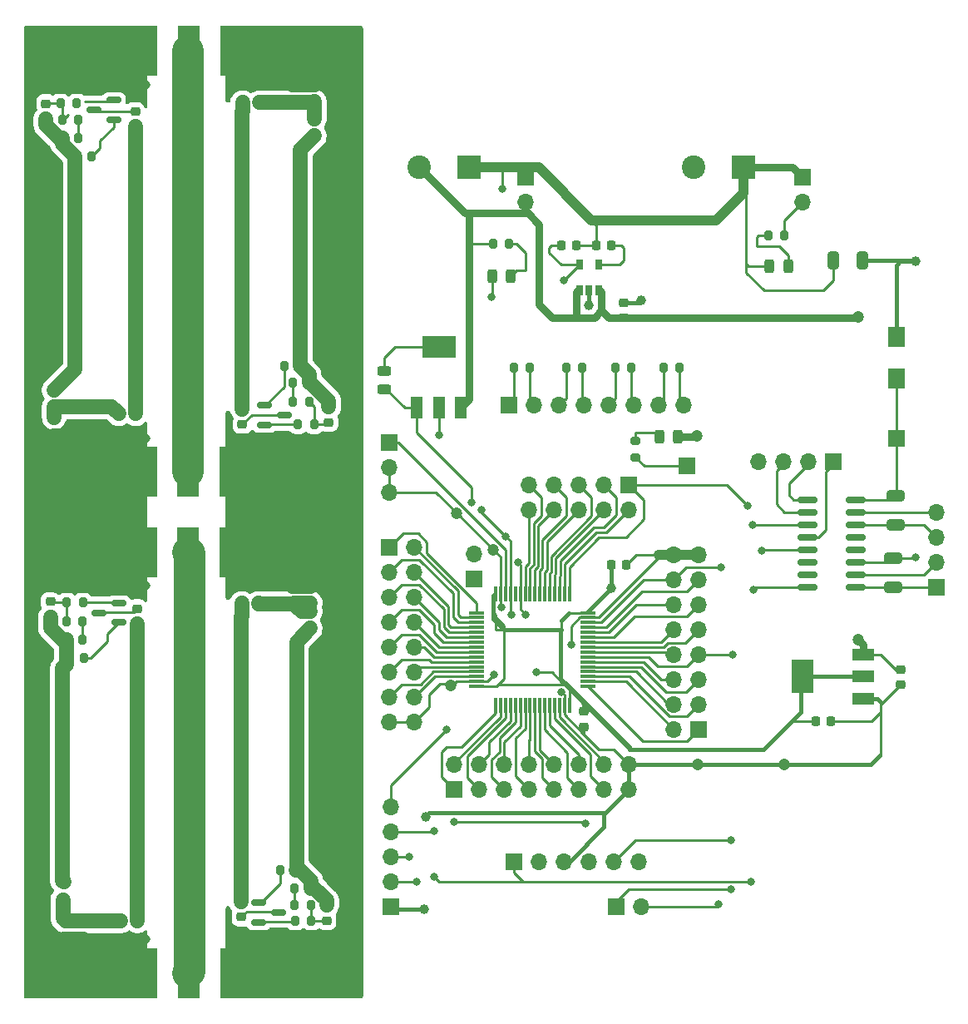
<source format=gbr>
%TF.GenerationSoftware,KiCad,Pcbnew,7.0.9*%
%TF.CreationDate,2023-12-08T23:53:58+01:00*%
%TF.ProjectId,SMPS_V1_data,534d5053-5f56-4315-9f64-6174612e6b69,rev?*%
%TF.SameCoordinates,Original*%
%TF.FileFunction,Copper,L1,Top*%
%TF.FilePolarity,Positive*%
%FSLAX46Y46*%
G04 Gerber Fmt 4.6, Leading zero omitted, Abs format (unit mm)*
G04 Created by KiCad (PCBNEW 7.0.9) date 2023-12-08 23:53:58*
%MOMM*%
%LPD*%
G01*
G04 APERTURE LIST*
G04 Aperture macros list*
%AMRoundRect*
0 Rectangle with rounded corners*
0 $1 Rounding radius*
0 $2 $3 $4 $5 $6 $7 $8 $9 X,Y pos of 4 corners*
0 Add a 4 corners polygon primitive as box body*
4,1,4,$2,$3,$4,$5,$6,$7,$8,$9,$2,$3,0*
0 Add four circle primitives for the rounded corners*
1,1,$1+$1,$2,$3*
1,1,$1+$1,$4,$5*
1,1,$1+$1,$6,$7*
1,1,$1+$1,$8,$9*
0 Add four rect primitives between the rounded corners*
20,1,$1+$1,$2,$3,$4,$5,0*
20,1,$1+$1,$4,$5,$6,$7,0*
20,1,$1+$1,$6,$7,$8,$9,0*
20,1,$1+$1,$8,$9,$2,$3,0*%
G04 Aperture macros list end*
%TA.AperFunction,SMDPad,CuDef*%
%ADD10RoundRect,0.200000X0.200000X0.275000X-0.200000X0.275000X-0.200000X-0.275000X0.200000X-0.275000X0*%
%TD*%
%TA.AperFunction,SMDPad,CuDef*%
%ADD11RoundRect,0.200000X-0.200000X-0.275000X0.200000X-0.275000X0.200000X0.275000X-0.200000X0.275000X0*%
%TD*%
%TA.AperFunction,SMDPad,CuDef*%
%ADD12RoundRect,0.075000X0.700000X0.075000X-0.700000X0.075000X-0.700000X-0.075000X0.700000X-0.075000X0*%
%TD*%
%TA.AperFunction,SMDPad,CuDef*%
%ADD13RoundRect,0.075000X0.075000X0.700000X-0.075000X0.700000X-0.075000X-0.700000X0.075000X-0.700000X0*%
%TD*%
%TA.AperFunction,SMDPad,CuDef*%
%ADD14RoundRect,0.243750X-0.243750X-0.456250X0.243750X-0.456250X0.243750X0.456250X-0.243750X0.456250X0*%
%TD*%
%TA.AperFunction,SMDPad,CuDef*%
%ADD15RoundRect,0.225000X0.250000X-0.225000X0.250000X0.225000X-0.250000X0.225000X-0.250000X-0.225000X0*%
%TD*%
%TA.AperFunction,SMDPad,CuDef*%
%ADD16R,2.290000X5.080000*%
%TD*%
%TA.AperFunction,SMDPad,CuDef*%
%ADD17R,2.420000X5.080000*%
%TD*%
%TA.AperFunction,SMDPad,CuDef*%
%ADD18R,0.460000X0.950000*%
%TD*%
%TA.AperFunction,ComponentPad*%
%ADD19C,0.970000*%
%TD*%
%TA.AperFunction,SMDPad,CuDef*%
%ADD20RoundRect,0.243750X0.243750X0.456250X-0.243750X0.456250X-0.243750X-0.456250X0.243750X-0.456250X0*%
%TD*%
%TA.AperFunction,SMDPad,CuDef*%
%ADD21RoundRect,0.225000X-0.225000X-0.250000X0.225000X-0.250000X0.225000X0.250000X-0.225000X0.250000X0*%
%TD*%
%TA.AperFunction,ComponentPad*%
%ADD22R,1.700000X1.700000*%
%TD*%
%TA.AperFunction,ComponentPad*%
%ADD23O,1.700000X1.700000*%
%TD*%
%TA.AperFunction,SMDPad,CuDef*%
%ADD24RoundRect,0.243750X-0.456250X0.243750X-0.456250X-0.243750X0.456250X-0.243750X0.456250X0.243750X0*%
%TD*%
%TA.AperFunction,SMDPad,CuDef*%
%ADD25RoundRect,0.225000X-0.250000X0.225000X-0.250000X-0.225000X0.250000X-0.225000X0.250000X0.225000X0*%
%TD*%
%TA.AperFunction,SMDPad,CuDef*%
%ADD26RoundRect,0.150000X0.587500X0.150000X-0.587500X0.150000X-0.587500X-0.150000X0.587500X-0.150000X0*%
%TD*%
%TA.AperFunction,SMDPad,CuDef*%
%ADD27RoundRect,0.200000X-0.275000X0.200000X-0.275000X-0.200000X0.275000X-0.200000X0.275000X0.200000X0*%
%TD*%
%TA.AperFunction,SMDPad,CuDef*%
%ADD28RoundRect,0.250000X-0.650000X0.325000X-0.650000X-0.325000X0.650000X-0.325000X0.650000X0.325000X0*%
%TD*%
%TA.AperFunction,SMDPad,CuDef*%
%ADD29R,1.700000X2.090000*%
%TD*%
%TA.AperFunction,SMDPad,CuDef*%
%ADD30RoundRect,0.200000X0.275000X-0.200000X0.275000X0.200000X-0.275000X0.200000X-0.275000X-0.200000X0*%
%TD*%
%TA.AperFunction,SMDPad,CuDef*%
%ADD31RoundRect,0.150000X-0.825000X-0.150000X0.825000X-0.150000X0.825000X0.150000X-0.825000X0.150000X0*%
%TD*%
%TA.AperFunction,SMDPad,CuDef*%
%ADD32RoundRect,0.225000X0.225000X0.250000X-0.225000X0.250000X-0.225000X-0.250000X0.225000X-0.250000X0*%
%TD*%
%TA.AperFunction,ComponentPad*%
%ADD33R,2.400000X2.400000*%
%TD*%
%TA.AperFunction,ComponentPad*%
%ADD34C,2.400000*%
%TD*%
%TA.AperFunction,SMDPad,CuDef*%
%ADD35RoundRect,0.150000X-0.587500X-0.150000X0.587500X-0.150000X0.587500X0.150000X-0.587500X0.150000X0*%
%TD*%
%TA.AperFunction,SMDPad,CuDef*%
%ADD36R,1.200000X2.200000*%
%TD*%
%TA.AperFunction,SMDPad,CuDef*%
%ADD37R,3.500000X2.200000*%
%TD*%
%TA.AperFunction,SMDPad,CuDef*%
%ADD38R,2.200000X1.200000*%
%TD*%
%TA.AperFunction,SMDPad,CuDef*%
%ADD39R,2.200000X3.500000*%
%TD*%
%TA.AperFunction,SMDPad,CuDef*%
%ADD40RoundRect,0.250000X0.325000X0.650000X-0.325000X0.650000X-0.325000X-0.650000X0.325000X-0.650000X0*%
%TD*%
%TA.AperFunction,SMDPad,CuDef*%
%ADD41R,0.660000X1.100000*%
%TD*%
%TA.AperFunction,ViaPad*%
%ADD42C,1.200000*%
%TD*%
%TA.AperFunction,ViaPad*%
%ADD43C,0.800000*%
%TD*%
%TA.AperFunction,ViaPad*%
%ADD44C,1.000000*%
%TD*%
%TA.AperFunction,Conductor*%
%ADD45C,0.250000*%
%TD*%
%TA.AperFunction,Conductor*%
%ADD46C,0.750000*%
%TD*%
%TA.AperFunction,Conductor*%
%ADD47C,0.400000*%
%TD*%
%TA.AperFunction,Conductor*%
%ADD48C,1.000000*%
%TD*%
%TA.AperFunction,Conductor*%
%ADD49C,3.200000*%
%TD*%
%TA.AperFunction,Conductor*%
%ADD50C,1.500000*%
%TD*%
G04 APERTURE END LIST*
D10*
%TO.P,R36,1*%
%TO.N,Net-(D8-K-Pad1)*%
X77325200Y-48818800D03*
%TO.P,R36,2*%
%TO.N,Net-(C21-Pad1)*%
X75675200Y-48818800D03*
%TD*%
%TO.P,R35,1*%
%TO.N,Net-(D8-K-Pad3)*%
X75825000Y-43400000D03*
%TO.P,R35,2*%
%TO.N,Net-(C21-Pad2)*%
X74175000Y-43400000D03*
%TD*%
D11*
%TO.P,R38,1*%
%TO.N,Net-(C21-Pad1)*%
X74375000Y-46900000D03*
%TO.P,R38,2*%
%TO.N,Net-(R37-Pad1)*%
X76025000Y-46900000D03*
%TD*%
D12*
%TO.P,U3,1,VBAT*%
%TO.N,Net-(J13-Pin_1)*%
X127922000Y-102743000D03*
%TO.P,U3,2,PC13*%
%TO.N,/PC13*%
X127922000Y-102243000D03*
%TO.P,U3,3,PC14*%
%TO.N,/PC14*%
X127922000Y-101743000D03*
%TO.P,U3,4,PC15*%
%TO.N,/PC15*%
X127922000Y-101243000D03*
%TO.P,U3,5,PF0*%
%TO.N,/PF0*%
X127922000Y-100743000D03*
%TO.P,U3,6,PF1*%
%TO.N,/PF1*%
X127922000Y-100243000D03*
%TO.P,U3,7,PG10*%
%TO.N,NRST*%
X127922000Y-99743000D03*
%TO.P,U3,8,PC0*%
%TO.N,/PC0*%
X127922000Y-99243000D03*
%TO.P,U3,9,PC1*%
%TO.N,/PC1*%
X127922000Y-98743000D03*
%TO.P,U3,10,PC2*%
%TO.N,/PC2*%
X127922000Y-98243000D03*
%TO.P,U3,11,PC3*%
%TO.N,/PC3*%
X127922000Y-97743000D03*
%TO.P,U3,12,PA0*%
%TO.N,/PA0*%
X127922000Y-97243000D03*
%TO.P,U3,13,PA1*%
%TO.N,/PA1*%
X127922000Y-96743000D03*
%TO.P,U3,14,PA2*%
%TO.N,STLINK_RX*%
X127922000Y-96243000D03*
%TO.P,U3,15,VSS*%
%TO.N,GND_D*%
X127922000Y-95743000D03*
%TO.P,U3,16,VDD*%
%TO.N,VDD3_D*%
X127922000Y-95243000D03*
D13*
%TO.P,U3,17,PA3*%
%TO.N,STLINK_TX*%
X125997000Y-93318000D03*
%TO.P,U3,18,PA4*%
%TO.N,/PA4*%
X125497000Y-93318000D03*
%TO.P,U3,19,PA5*%
%TO.N,/PA5*%
X124997000Y-93318000D03*
%TO.P,U3,20,PA6*%
%TO.N,/PA6*%
X124497000Y-93318000D03*
%TO.P,U3,21,PA7*%
%TO.N,/PA7*%
X123997000Y-93318000D03*
%TO.P,U3,22,PC4*%
%TO.N,/PC4*%
X123497000Y-93318000D03*
%TO.P,U3,23,PC5*%
%TO.N,/PC5*%
X122997000Y-93318000D03*
%TO.P,U3,24,PB0*%
%TO.N,/PB0*%
X122497000Y-93318000D03*
%TO.P,U3,25,PB1*%
%TO.N,/PB1*%
X121997000Y-93318000D03*
%TO.P,U3,26,PB2*%
%TO.N,/PB2*%
X121497000Y-93318000D03*
%TO.P,U3,27,VSSA*%
%TO.N,GND_A*%
X120997000Y-93318000D03*
%TO.P,U3,28,VREF+*%
%TO.N,unconnected-(U3-VREF+-Pad28)*%
X120497000Y-93318000D03*
%TO.P,U3,29,VDDA*%
%TO.N,VDD3_A*%
X119997000Y-93318000D03*
%TO.P,U3,30,PB10*%
%TO.N,/PB10*%
X119497000Y-93318000D03*
%TO.P,U3,31,VSS*%
%TO.N,GND_D*%
X118997000Y-93318000D03*
%TO.P,U3,32,VDD*%
%TO.N,VDD3_D*%
X118497000Y-93318000D03*
D12*
%TO.P,U3,33,PB11*%
%TO.N,/PB11*%
X116572000Y-95243000D03*
%TO.P,U3,34,PB12*%
%TO.N,/PB12*%
X116572000Y-95743000D03*
%TO.P,U3,35,PB13*%
%TO.N,/PB13*%
X116572000Y-96243000D03*
%TO.P,U3,36,PB14*%
%TO.N,/PB14*%
X116572000Y-96743000D03*
%TO.P,U3,37,PB15*%
%TO.N,/PB15*%
X116572000Y-97243000D03*
%TO.P,U3,38,PC6*%
%TO.N,/PC6*%
X116572000Y-97743000D03*
%TO.P,U3,39,PC7*%
%TO.N,/PC7*%
X116572000Y-98243000D03*
%TO.P,U3,40,PC8*%
%TO.N,/PC8*%
X116572000Y-98743000D03*
%TO.P,U3,41,PC9*%
%TO.N,/PC9*%
X116572000Y-99243000D03*
%TO.P,U3,42,PA8*%
%TO.N,/PA8*%
X116572000Y-99743000D03*
%TO.P,U3,43,PA9*%
%TO.N,/PA9*%
X116572000Y-100243000D03*
%TO.P,U3,44,PA10*%
%TO.N,/PA10*%
X116572000Y-100743000D03*
%TO.P,U3,45,PA11*%
%TO.N,/PA11*%
X116572000Y-101243000D03*
%TO.P,U3,46,PA12*%
%TO.N,/PA12*%
X116572000Y-101743000D03*
%TO.P,U3,47,VSS*%
%TO.N,GND_D*%
X116572000Y-102243000D03*
%TO.P,U3,48,VDD*%
%TO.N,VDD3_D*%
X116572000Y-102743000D03*
D13*
%TO.P,U3,49,PA13*%
%TO.N,SWDIO*%
X118497000Y-104668000D03*
%TO.P,U3,50,PA14*%
%TO.N,SWCLK*%
X118997000Y-104668000D03*
%TO.P,U3,51,PA15*%
%TO.N,/PA15*%
X119497000Y-104668000D03*
%TO.P,U3,52,PC10*%
%TO.N,/PC10*%
X119997000Y-104668000D03*
%TO.P,U3,53,PC11*%
%TO.N,/PC11*%
X120497000Y-104668000D03*
%TO.P,U3,54,PC12*%
%TO.N,/PC12*%
X120997000Y-104668000D03*
%TO.P,U3,55,PD2*%
%TO.N,/PD2*%
X121497000Y-104668000D03*
%TO.P,U3,56,PB3*%
%TO.N,SWO*%
X121997000Y-104668000D03*
%TO.P,U3,57,PB4*%
%TO.N,/PB4*%
X122497000Y-104668000D03*
%TO.P,U3,58,PB5*%
%TO.N,/PB5*%
X122997000Y-104668000D03*
%TO.P,U3,59,PB6*%
%TO.N,/PB6*%
X123497000Y-104668000D03*
%TO.P,U3,60,PB7*%
%TO.N,/PB7*%
X123997000Y-104668000D03*
%TO.P,U3,61,PB8*%
%TO.N,/PB8*%
X124497000Y-104668000D03*
%TO.P,U3,62,PB9*%
%TO.N,/PB9*%
X124997000Y-104668000D03*
%TO.P,U3,63,VSS*%
%TO.N,GND_D*%
X125497000Y-104668000D03*
%TO.P,U3,64,VDD*%
%TO.N,VDD3_D*%
X125997000Y-104668000D03*
%TD*%
D14*
%TO.P,D4,1,K*%
%TO.N,GND_D*%
X146380100Y-59965600D03*
%TO.P,D4,2,A*%
%TO.N,Net-(D4-A)*%
X148255100Y-59965600D03*
%TD*%
D15*
%TO.P,C6,1*%
%TO.N,GND_D*%
X127494000Y-106854000D03*
%TO.P,C6,2*%
%TO.N,VDD3_D*%
X127494000Y-105304000D03*
%TD*%
D10*
%TO.P,R44,1*%
%TO.N,Net-(R44-Pad1)*%
X94275000Y-94300000D03*
%TO.P,R44,2*%
%TO.N,Net-(C18-Pad1)*%
X92625000Y-94300000D03*
%TD*%
D11*
%TO.P,R33,1*%
%TO.N,Net-(R33-Pad1)*%
X98025000Y-125018800D03*
%TO.P,R33,2*%
%TO.N,Net-(C19-Pad2)*%
X99675000Y-125018800D03*
%TD*%
D10*
%TO.P,R29,1*%
%TO.N,Net-(R29-Pad1)*%
X76424000Y-96113600D03*
%TO.P,R29,2*%
%TO.N,Net-(C17-Pad2)*%
X74774000Y-96113600D03*
%TD*%
D16*
%TO.P,J30,1,In*%
%TO.N,Net-(J29-In)*%
X87200000Y-80920000D03*
D17*
%TO.P,J30,2,Ext*%
%TO.N,/GND_S*%
X82820000Y-80920000D03*
X91580000Y-80920000D03*
D18*
X82820000Y-77930000D03*
X91580000Y-77930000D03*
D19*
X82820000Y-77480000D03*
X91580000Y-77480000D03*
%TD*%
D16*
%TO.P,J32,1,In*%
%TO.N,Net-(J31-In)*%
X87250000Y-131930000D03*
D17*
%TO.P,J32,2,Ext*%
%TO.N,/GND_S*%
X82870000Y-131930000D03*
X91630000Y-131930000D03*
D18*
X82870000Y-128940000D03*
X91630000Y-128940000D03*
D19*
X82870000Y-128490000D03*
X91630000Y-128490000D03*
%TD*%
D10*
%TO.P,R27,1*%
%TO.N,Net-(D6-K-Pad1)*%
X76618600Y-99847400D03*
%TO.P,R27,2*%
%TO.N,Net-(C17-Pad1)*%
X74968600Y-99847400D03*
%TD*%
D11*
%TO.P,R30,1*%
%TO.N,Net-(C17-Pad1)*%
X74761800Y-97993200D03*
%TO.P,R30,2*%
%TO.N,Net-(R29-Pad1)*%
X76411800Y-97993200D03*
%TD*%
D20*
%TO.P,D5,1,K*%
%TO.N,GND_D*%
X137027500Y-77360000D03*
%TO.P,D5,2,A*%
%TO.N,Net-(D5-A)*%
X135152500Y-77360000D03*
%TD*%
D16*
%TO.P,J31,1,In*%
%TO.N,Net-(J31-In)*%
X87200000Y-89060000D03*
D17*
%TO.P,J31,2,Ext*%
%TO.N,/GND_S*%
X91580000Y-89060000D03*
X82820000Y-89060000D03*
D18*
X91580000Y-92050000D03*
X82820000Y-92050000D03*
D19*
X91580000Y-92500000D03*
X82820000Y-92500000D03*
%TD*%
D21*
%TO.P,C4,1*%
%TO.N,VDD3_A*%
X125195000Y-57832000D03*
%TO.P,C4,2*%
%TO.N,GND_D*%
X126745000Y-57832000D03*
%TD*%
D10*
%TO.P,R4,1*%
%TO.N,Net-(J4-Pin_8)*%
X137209000Y-70291000D03*
%TO.P,R4,2*%
%TO.N,Net-(J4-Pin_7)*%
X135559000Y-70291000D03*
%TD*%
D22*
%TO.P,J26,1,Pin_1*%
%TO.N,GND_D*%
X121511200Y-50923200D03*
D23*
%TO.P,J26,2,Pin_2*%
%TO.N,VCC5_IN*%
X121511200Y-53463200D03*
%TD*%
D24*
%TO.P,C1,1*%
%TO.N,VCC5_D*%
X107174000Y-70623500D03*
%TO.P,C1,2*%
%TO.N,GND_A*%
X107174000Y-72498500D03*
%TD*%
D25*
%TO.P,C18,1*%
%TO.N,Net-(C18-Pad1)*%
X92600000Y-124675000D03*
%TO.P,C18,2*%
%TO.N,Net-(D7-A)*%
X92600000Y-126225000D03*
%TD*%
D11*
%TO.P,R43,1*%
%TO.N,Net-(R43-Pad1)*%
X80375000Y-126600000D03*
%TO.P,R43,2*%
%TO.N,Net-(C16-Pad1)*%
X82025000Y-126600000D03*
%TD*%
D22*
%TO.P,J5,1,Pin_1*%
%TO.N,GND_A*%
X116250000Y-91770000D03*
D23*
%TO.P,J5,2,Pin_2*%
X116250000Y-89230000D03*
%TD*%
D15*
%TO.P,C16,1*%
%TO.N,Net-(C16-Pad1)*%
X82000000Y-96375000D03*
%TO.P,C16,2*%
%TO.N,Net-(D6-A)*%
X82000000Y-94825000D03*
%TD*%
D26*
%TO.P,D8,1,K*%
%TO.N,Net-(D8-K-Pad1)*%
X79616000Y-45050000D03*
%TO.P,D8,2,A*%
%TO.N,Net-(D8-A)*%
X77584000Y-44100000D03*
%TO.P,D8,3,K*%
%TO.N,Net-(D8-K-Pad3)*%
X79616000Y-43084000D03*
%TD*%
D15*
%TO.P,C21,1*%
%TO.N,Net-(C21-Pad1)*%
X72700000Y-44975000D03*
%TO.P,C21,2*%
%TO.N,Net-(C21-Pad2)*%
X72700000Y-43425000D03*
%TD*%
D10*
%TO.P,R34,1*%
%TO.N,Net-(C19-Pad1)*%
X99675000Y-123300000D03*
%TO.P,R34,2*%
%TO.N,Net-(R33-Pad1)*%
X98025000Y-123300000D03*
%TD*%
D27*
%TO.P,R53,1*%
%TO.N,Net-(R45-Pad1)*%
X100033800Y-45022000D03*
%TO.P,R53,2*%
%TO.N,Net-(C23-Pad1)*%
X100033800Y-46672000D03*
%TD*%
D28*
%TO.P,C9,1*%
%TO.N,VCC12_IN*%
X158990000Y-89680000D03*
%TO.P,C9,2*%
%TO.N,Net-(J18-Pin_1)*%
X158990000Y-92630000D03*
%TD*%
D26*
%TO.P,D6,1,K*%
%TO.N,Net-(D6-K-Pad1)*%
X80116000Y-96250000D03*
%TO.P,D6,2,A*%
%TO.N,Net-(D6-A)*%
X78084000Y-95300000D03*
%TO.P,D6,3,K*%
%TO.N,Net-(D6-K-Pad3)*%
X80116000Y-94284000D03*
%TD*%
D28*
%TO.P,C10,1*%
%TO.N,Net-(D1-K)*%
X159244000Y-83330000D03*
%TO.P,C10,2*%
%TO.N,Net-(J17-Pin_1)*%
X159244000Y-86280000D03*
%TD*%
D29*
%TO.P,D1,1,K*%
%TO.N,Net-(D1-K)*%
X159269400Y-71417400D03*
%TO.P,D1,2,A*%
%TO.N,VCC12_IN*%
X159269400Y-67157400D03*
%TD*%
D11*
%TO.P,R41,1*%
%TO.N,Net-(R41-Pad1)*%
X97837200Y-73787000D03*
%TO.P,R41,2*%
%TO.N,Net-(C23-Pad2)*%
X99487200Y-73787000D03*
%TD*%
D30*
%TO.P,R52,1*%
%TO.N,Net-(R46-Pad1)*%
X73541600Y-74281800D03*
%TO.P,R52,2*%
%TO.N,Net-(C21-Pad1)*%
X73541600Y-72631800D03*
%TD*%
D25*
%TO.P,C19,1*%
%TO.N,Net-(C19-Pad1)*%
X101300000Y-125025000D03*
%TO.P,C19,2*%
%TO.N,Net-(C19-Pad2)*%
X101300000Y-126575000D03*
%TD*%
D22*
%TO.P,J4,1,Pin_1*%
%TO.N,Net-(J4-Pin_1)*%
X119874000Y-74101000D03*
D23*
%TO.P,J4,2,Pin_2*%
%TO.N,Net-(J4-Pin_2)*%
X122414000Y-74101000D03*
%TO.P,J4,3,Pin_3*%
%TO.N,Net-(J4-Pin_3)*%
X124954000Y-74101000D03*
%TO.P,J4,4,Pin_4*%
%TO.N,Net-(J4-Pin_4)*%
X127494000Y-74101000D03*
%TO.P,J4,5,Pin_5*%
%TO.N,Net-(J4-Pin_5)*%
X130034000Y-74101000D03*
%TO.P,J4,6,Pin_6*%
%TO.N,Net-(J4-Pin_6)*%
X132574000Y-74101000D03*
%TO.P,J4,7,Pin_7*%
%TO.N,Net-(J4-Pin_7)*%
X135114000Y-74101000D03*
%TO.P,J4,8,Pin_8*%
%TO.N,Net-(J4-Pin_8)*%
X137654000Y-74101000D03*
%TD*%
D10*
%TO.P,R3,1*%
%TO.N,Net-(J4-Pin_4)*%
X127303000Y-70291000D03*
%TO.P,R3,2*%
%TO.N,Net-(J4-Pin_3)*%
X125653000Y-70291000D03*
%TD*%
%TO.P,R24,1*%
%TO.N,VCC12_IN*%
X147876400Y-56866800D03*
%TO.P,R24,2*%
%TO.N,Net-(D4-A)*%
X146226400Y-56866800D03*
%TD*%
%TO.P,R37,1*%
%TO.N,Net-(R37-Pad1)*%
X76025000Y-45100000D03*
%TO.P,R37,2*%
%TO.N,Net-(C21-Pad2)*%
X74375000Y-45100000D03*
%TD*%
D11*
%TO.P,R31,1*%
%TO.N,Net-(D7-K-Pad3)*%
X98075000Y-126593600D03*
%TO.P,R31,2*%
%TO.N,Net-(C19-Pad2)*%
X99725000Y-126593600D03*
%TD*%
D22*
%TO.P,J1,1,Pin_1*%
%TO.N,/PB10*%
X107682000Y-77911000D03*
D23*
%TO.P,J1,2,Pin_2*%
%TO.N,GND_D*%
X107682000Y-80451000D03*
%TO.P,J1,3,Pin_3*%
X107682000Y-82991000D03*
%TD*%
D11*
%TO.P,R25,1*%
%TO.N,VCC5_IN*%
X118235600Y-57730400D03*
%TO.P,R25,2*%
%TO.N,Net-(D3-A)*%
X119885600Y-57730400D03*
%TD*%
D30*
%TO.P,R47,1*%
%TO.N,Net-(R43-Pad1)*%
X74422000Y-124472200D03*
%TO.P,R47,2*%
%TO.N,Net-(C17-Pad1)*%
X74422000Y-122822200D03*
%TD*%
D22*
%TO.P,J2,1,Pin_1*%
%TO.N,/PB11*%
X107682000Y-88579000D03*
D23*
%TO.P,J2,2,Pin_2*%
%TO.N,/PB12*%
X110222000Y-88579000D03*
%TO.P,J2,3,Pin_3*%
%TO.N,/PB13*%
X107682000Y-91119000D03*
%TO.P,J2,4,Pin_4*%
%TO.N,/PB14*%
X110222000Y-91119000D03*
%TO.P,J2,5,Pin_5*%
%TO.N,/PB15*%
X107682000Y-93659000D03*
%TO.P,J2,6,Pin_6*%
%TO.N,/PC6*%
X110222000Y-93659000D03*
%TO.P,J2,7,Pin_7*%
%TO.N,/PC7*%
X107682000Y-96199000D03*
%TO.P,J2,8,Pin_8*%
%TO.N,/PC8*%
X110222000Y-96199000D03*
%TO.P,J2,9,Pin_9*%
%TO.N,/PC9*%
X107682000Y-98739000D03*
%TO.P,J2,10,Pin_10*%
%TO.N,/PA8*%
X110222000Y-98739000D03*
%TO.P,J2,11,Pin_11*%
%TO.N,/PA9*%
X107682000Y-101279000D03*
%TO.P,J2,12,Pin_12*%
%TO.N,/PA10*%
X110222000Y-101279000D03*
%TO.P,J2,13,Pin_13*%
%TO.N,/PA11*%
X107682000Y-103819000D03*
%TO.P,J2,14,Pin_14*%
%TO.N,/PA12*%
X110222000Y-103819000D03*
%TO.P,J2,15,Pin_15*%
%TO.N,GND_D*%
X107682000Y-106359000D03*
%TO.P,J2,16,Pin_16*%
X110222000Y-106359000D03*
%TD*%
D27*
%TO.P,R48,1*%
%TO.N,Net-(R43-Pad1)*%
X74583000Y-126810000D03*
%TO.P,R48,2*%
%TO.N,/GND_S*%
X74583000Y-128460000D03*
%TD*%
D10*
%TO.P,R28,1*%
%TO.N,Net-(D6-K-Pad3)*%
X76481800Y-94183800D03*
%TO.P,R28,2*%
%TO.N,Net-(C17-Pad2)*%
X74831800Y-94183800D03*
%TD*%
D30*
%TO.P,R50,1*%
%TO.N,Net-(R44-Pad1)*%
X99618800Y-94246200D03*
%TO.P,R50,2*%
%TO.N,/GND_S*%
X99618800Y-92596200D03*
%TD*%
D25*
%TO.P,C22,1*%
%TO.N,Net-(C22-Pad1)*%
X92700000Y-74525000D03*
%TO.P,C22,2*%
%TO.N,Net-(D9-A)*%
X92700000Y-76075000D03*
%TD*%
D11*
%TO.P,R40,1*%
%TO.N,Net-(D9-K-Pad1)*%
X96948200Y-70104000D03*
%TO.P,R40,2*%
%TO.N,Net-(C23-Pad1)*%
X98598200Y-70104000D03*
%TD*%
D30*
%TO.P,R54,1*%
%TO.N,Net-(R45-Pad1)*%
X100033800Y-43243000D03*
%TO.P,R54,2*%
%TO.N,/GND_S*%
X100033800Y-41593000D03*
%TD*%
D22*
%TO.P,J14,1,Pin_1*%
%TO.N,Net-(D1-K)*%
X159320200Y-77542400D03*
%TD*%
%TO.P,J8,1,Pin_1*%
%TO.N,VCC3_D*%
X120382000Y-120570000D03*
D23*
%TO.P,J8,2,Pin_2*%
%TO.N,SWCLK*%
X122922000Y-120570000D03*
%TO.P,J8,3,Pin_3*%
%TO.N,GND_D*%
X125462000Y-120570000D03*
%TO.P,J8,4,Pin_4*%
%TO.N,SWDIO*%
X128002000Y-120570000D03*
%TO.P,J8,5,Pin_5*%
%TO.N,NRST*%
X130542000Y-120570000D03*
%TO.P,J8,6,Pin_6*%
%TO.N,SWO*%
X133082000Y-120570000D03*
%TD*%
D15*
%TO.P,C20,1*%
%TO.N,Net-(C20-Pad1)*%
X81800000Y-45775000D03*
%TO.P,C20,2*%
%TO.N,Net-(D8-A)*%
X81800000Y-44225000D03*
%TD*%
D25*
%TO.P,C23,1*%
%TO.N,Net-(C23-Pad1)*%
X101500000Y-74325000D03*
%TO.P,C23,2*%
%TO.N,Net-(C23-Pad2)*%
X101500000Y-75875000D03*
%TD*%
D14*
%TO.P,D3,1,K*%
%TO.N,GND_D*%
X118163000Y-60981600D03*
%TO.P,D3,2,A*%
%TO.N,Net-(D3-A)*%
X120038000Y-60981600D03*
%TD*%
D11*
%TO.P,R46,1*%
%TO.N,Net-(R46-Pad1)*%
X80175000Y-75000000D03*
%TO.P,R46,2*%
%TO.N,Net-(C20-Pad1)*%
X81825000Y-75000000D03*
%TD*%
D31*
%TO.P,U4,1,VIA*%
%TO.N,Net-(J12-Pin_2)*%
X150230000Y-83740000D03*
%TO.P,U4,2,VIB*%
%TO.N,Net-(J12-Pin_3)*%
X150230000Y-85010000D03*
%TO.P,U4,3,VDD1*%
%TO.N,VCC3_D*%
X150230000Y-86280000D03*
%TO.P,U4,4,GND1*%
%TO.N,Net-(J12-Pin_1)*%
X150230000Y-87550000D03*
%TO.P,U4,5,DISABLE*%
%TO.N,Net-(J12-Pin_4)*%
X150230000Y-88820000D03*
%TO.P,U4,6,NC*%
%TO.N,unconnected-(U4-NC-Pad6)*%
X150230000Y-90090000D03*
%TO.P,U4,7,NC*%
%TO.N,unconnected-(U4-NC-Pad7)*%
X150230000Y-91360000D03*
%TO.P,U4,8,VDD1*%
%TO.N,VCC3_D*%
X150230000Y-92630000D03*
%TO.P,U4,9,GNDB*%
%TO.N,Net-(J18-Pin_1)*%
X155180000Y-92630000D03*
%TO.P,U4,10,VOB*%
%TO.N,Net-(J24-Pin_2)*%
X155180000Y-91360000D03*
%TO.P,U4,11,VDDB*%
%TO.N,VCC12_IN*%
X155180000Y-90090000D03*
%TO.P,U4,12,NC*%
%TO.N,unconnected-(U4-NC-Pad12)*%
X155180000Y-88820000D03*
%TO.P,U4,13,NC*%
%TO.N,unconnected-(U4-NC-Pad13)*%
X155180000Y-87550000D03*
%TO.P,U4,14,GNDA*%
%TO.N,Net-(J17-Pin_1)*%
X155180000Y-86280000D03*
%TO.P,U4,15,VOA*%
%TO.N,Net-(J24-Pin_4)*%
X155180000Y-85010000D03*
%TO.P,U4,16,VDDA*%
%TO.N,Net-(D1-K)*%
X155180000Y-83740000D03*
%TD*%
D32*
%TO.P,C5,1*%
%TO.N,GND_D*%
X131825000Y-90357000D03*
%TO.P,C5,2*%
%TO.N,VDD3_D*%
X130275000Y-90357000D03*
%TD*%
D22*
%TO.P,J10,1,Pin_1*%
%TO.N,GND_D*%
X107800000Y-125130000D03*
D23*
%TO.P,J10,2,Pin_2*%
%TO.N,/PC8*%
X107800000Y-122590000D03*
%TO.P,J10,3,Pin_3*%
%TO.N,/PC9*%
X107800000Y-120050000D03*
%TO.P,J10,4,Pin_4*%
%TO.N,VCC3_D*%
X107800000Y-117510000D03*
%TO.P,J10,5,Pin_5*%
%TO.N,VCC5_D*%
X107800000Y-114970000D03*
%TD*%
D22*
%TO.P,J13,1,Pin_1*%
%TO.N,Net-(J13-Pin_1)*%
X139178000Y-107121000D03*
D23*
%TO.P,J13,2,Pin_2*%
%TO.N,/PC13*%
X136638000Y-107121000D03*
%TO.P,J13,3,Pin_3*%
%TO.N,/PC14*%
X139178000Y-104581000D03*
%TO.P,J13,4,Pin_4*%
%TO.N,/PC15*%
X136638000Y-104581000D03*
%TO.P,J13,5,Pin_5*%
%TO.N,/PF0*%
X139178000Y-102041000D03*
%TO.P,J13,6,Pin_6*%
%TO.N,/PF1*%
X136638000Y-102041000D03*
%TO.P,J13,7,Pin_7*%
%TO.N,NRST*%
X139178000Y-99501000D03*
%TO.P,J13,8,Pin_8*%
%TO.N,/PC0*%
X136638000Y-99501000D03*
%TO.P,J13,9,Pin_9*%
%TO.N,/PC1*%
X139178000Y-96961000D03*
%TO.P,J13,10,Pin_10*%
%TO.N,/PC2*%
X136638000Y-96961000D03*
%TO.P,J13,11,Pin_11*%
%TO.N,/PC3*%
X139178000Y-94421000D03*
%TO.P,J13,12,Pin_12*%
%TO.N,/PA0*%
X136638000Y-94421000D03*
%TO.P,J13,13,Pin_13*%
%TO.N,/PA1*%
X139178000Y-91881000D03*
%TO.P,J13,14,Pin_14*%
%TO.N,STLINK_RX*%
X136638000Y-91881000D03*
%TO.P,J13,15,Pin_15*%
%TO.N,GND_D*%
X139178000Y-89341000D03*
%TO.P,J13,16,Pin_16*%
X136638000Y-89341000D03*
%TD*%
D10*
%TO.P,R1,1*%
%TO.N,Net-(J4-Pin_6)*%
X132320000Y-70291000D03*
%TO.P,R1,2*%
%TO.N,Net-(J4-Pin_5)*%
X130670000Y-70291000D03*
%TD*%
D33*
%TO.P,J11,1,1*%
%TO.N,GND_D*%
X143750000Y-49912500D03*
D34*
%TO.P,J11,2,2*%
%TO.N,VCC12_IN*%
X138670000Y-49912500D03*
%TD*%
D22*
%TO.P,J28,1,Pin_1*%
%TO.N,Net-(J28-Pin_1)*%
X137986792Y-80331208D03*
%TD*%
D25*
%TO.P,C11,1*%
%TO.N,VCC5_IN*%
X159752000Y-100999000D03*
%TO.P,C11,2*%
%TO.N,GND_D*%
X159752000Y-102549000D03*
%TD*%
D30*
%TO.P,R26,1*%
%TO.N,Net-(J28-Pin_1)*%
X132700000Y-79425000D03*
%TO.P,R26,2*%
%TO.N,Net-(D5-A)*%
X132700000Y-77775000D03*
%TD*%
D21*
%TO.P,C8,1*%
%TO.N,VDD3_D*%
X151090000Y-106274000D03*
%TO.P,C8,2*%
%TO.N,GND_D*%
X152640000Y-106274000D03*
%TD*%
D35*
%TO.P,D9,1,K*%
%TO.N,Net-(D9-K-Pad1)*%
X94984000Y-74150000D03*
%TO.P,D9,2,A*%
%TO.N,Net-(D9-A)*%
X97016000Y-75100000D03*
%TO.P,D9,3,K*%
%TO.N,Net-(D9-K-Pad3)*%
X94984000Y-76116000D03*
%TD*%
D22*
%TO.P,J9,1,Pin_1*%
%TO.N,STLINK_TX*%
X130796000Y-125142000D03*
D23*
%TO.P,J9,2,Pin_2*%
%TO.N,STLINK_RX*%
X133336000Y-125142000D03*
%TD*%
D36*
%TO.P,U2,1,GND*%
%TO.N,GND_A*%
X110462000Y-74407000D03*
D37*
%TO.P,U2,2,VO*%
%TO.N,VCC5_D*%
X112762000Y-68207000D03*
D36*
X112762000Y-74407000D03*
%TO.P,U2,3,VI*%
%TO.N,VCC5_IN*%
X114962000Y-74407000D03*
%TD*%
D22*
%TO.P,J6,1,Pin_1*%
%TO.N,STLINK_TX*%
X132066000Y-82229000D03*
D23*
%TO.P,J6,2,Pin_2*%
%TO.N,/PA4*%
X132066000Y-84769000D03*
%TO.P,J6,3,Pin_3*%
%TO.N,/PA5*%
X129526000Y-82229000D03*
%TO.P,J6,4,Pin_4*%
%TO.N,/PA6*%
X129526000Y-84769000D03*
%TO.P,J6,5,Pin_5*%
%TO.N,/PA7*%
X126986000Y-82229000D03*
%TO.P,J6,6,Pin_6*%
%TO.N,/PC4*%
X126986000Y-84769000D03*
%TO.P,J6,7,Pin_7*%
%TO.N,/PC5*%
X124446000Y-82229000D03*
%TO.P,J6,8,Pin_8*%
%TO.N,/PB0*%
X124446000Y-84769000D03*
%TO.P,J6,9,Pin_9*%
%TO.N,/PB1*%
X121906000Y-82229000D03*
%TO.P,J6,10,Pin_10*%
%TO.N,/PB2*%
X121906000Y-84769000D03*
%TD*%
D38*
%TO.P,U5,1,GND*%
%TO.N,GND_D*%
X155942000Y-103988000D03*
D39*
%TO.P,U5,2,VO*%
%TO.N,VDD3_D*%
X149742000Y-101688000D03*
D38*
X155942000Y-101688000D03*
%TO.P,U5,3,VI*%
%TO.N,VCC5_IN*%
X155942000Y-99488000D03*
%TD*%
D33*
%TO.P,J3,1,1*%
%TO.N,GND_D*%
X115810000Y-49895000D03*
D34*
%TO.P,J3,2,2*%
%TO.N,VCC5_IN*%
X110730000Y-49895000D03*
%TD*%
D11*
%TO.P,R39,1*%
%TO.N,Net-(D9-K-Pad3)*%
X98375000Y-76100000D03*
%TO.P,R39,2*%
%TO.N,Net-(C23-Pad2)*%
X100025000Y-76100000D03*
%TD*%
D22*
%TO.P,J7,1,Pin_1*%
%TO.N,SWDIO*%
X114286000Y-113217000D03*
D23*
%TO.P,J7,2,Pin_2*%
%TO.N,SWCLK*%
X114286000Y-110677000D03*
%TO.P,J7,3,Pin_3*%
%TO.N,/PA15*%
X116826000Y-113217000D03*
%TO.P,J7,4,Pin_4*%
%TO.N,/PC10*%
X116826000Y-110677000D03*
%TO.P,J7,5,Pin_5*%
%TO.N,/PC11*%
X119366000Y-113217000D03*
%TO.P,J7,6,Pin_6*%
%TO.N,/PC12*%
X119366000Y-110677000D03*
%TO.P,J7,7,Pin_7*%
%TO.N,/PD2*%
X121906000Y-113217000D03*
%TO.P,J7,8,Pin_8*%
%TO.N,SWO*%
X121906000Y-110677000D03*
%TO.P,J7,9,Pin_9*%
%TO.N,/PB4*%
X124446000Y-113217000D03*
%TO.P,J7,10,Pin_10*%
%TO.N,/PB5*%
X124446000Y-110677000D03*
%TO.P,J7,11,Pin_11*%
%TO.N,/PB6*%
X126986000Y-113217000D03*
%TO.P,J7,12,Pin_12*%
%TO.N,/PB7*%
X126986000Y-110677000D03*
%TO.P,J7,13,Pin_13*%
%TO.N,/PB8*%
X129526000Y-113217000D03*
%TO.P,J7,14,Pin_14*%
%TO.N,/PB9*%
X129526000Y-110677000D03*
%TO.P,J7,15,Pin_15*%
%TO.N,GND_D*%
X132066000Y-113217000D03*
%TO.P,J7,16,Pin_16*%
X132066000Y-110677000D03*
%TD*%
D10*
%TO.P,R2,1*%
%TO.N,Net-(J4-Pin_2)*%
X121969000Y-70291000D03*
%TO.P,R2,2*%
%TO.N,Net-(J4-Pin_1)*%
X120319000Y-70291000D03*
%TD*%
D40*
%TO.P,C7,1*%
%TO.N,VCC12_IN*%
X155844000Y-59356000D03*
%TO.P,C7,2*%
%TO.N,GND_D*%
X152894000Y-59356000D03*
%TD*%
D27*
%TO.P,R51,1*%
%TO.N,Net-(R46-Pad1)*%
X73558400Y-75629000D03*
%TO.P,R51,2*%
%TO.N,/GND_S*%
X73558400Y-77279000D03*
%TD*%
D22*
%TO.P,J27,1,Pin_1*%
%TO.N,GND_D*%
X149756000Y-50923200D03*
D23*
%TO.P,J27,2,Pin_2*%
%TO.N,VCC12_IN*%
X149756000Y-53463200D03*
%TD*%
D10*
%TO.P,R42,1*%
%TO.N,Net-(C23-Pad1)*%
X99499400Y-71805800D03*
%TO.P,R42,2*%
%TO.N,Net-(R41-Pad1)*%
X97849400Y-71805800D03*
%TD*%
D32*
%TO.P,C3,1*%
%TO.N,Net-(U1-Cbyp)*%
X130301000Y-57832000D03*
%TO.P,C3,2*%
%TO.N,GND_D*%
X128751000Y-57832000D03*
%TD*%
D27*
%TO.P,R49,1*%
%TO.N,Net-(R44-Pad1)*%
X99618800Y-95136200D03*
%TO.P,R49,2*%
%TO.N,Net-(C19-Pad1)*%
X99618800Y-96786200D03*
%TD*%
D41*
%TO.P,U1,1,Vin*%
%TO.N,VCC5_IN*%
X127052000Y-62421000D03*
%TO.P,U1,2,GND*%
%TO.N,GND_D*%
X128002000Y-62421000D03*
%TO.P,U1,3,En*%
%TO.N,VCC5_IN*%
X128952000Y-62421000D03*
%TO.P,U1,4,Cbyp*%
%TO.N,Net-(U1-Cbyp)*%
X128952000Y-59821000D03*
%TO.P,U1,5,Vout*%
%TO.N,VDD3_A*%
X127052000Y-59821000D03*
%TD*%
D35*
%TO.P,D7,1,K*%
%TO.N,Net-(D7-K-Pad1)*%
X94384000Y-124780000D03*
%TO.P,D7,2,A*%
%TO.N,Net-(D7-A)*%
X96416000Y-125730000D03*
%TO.P,D7,3,K*%
%TO.N,Net-(D7-K-Pad3)*%
X94384000Y-126746000D03*
%TD*%
D10*
%TO.P,R45,1*%
%TO.N,Net-(R45-Pad1)*%
X94425000Y-43332400D03*
%TO.P,R45,2*%
%TO.N,Net-(C22-Pad1)*%
X92775000Y-43332400D03*
%TD*%
D11*
%TO.P,R32,1*%
%TO.N,Net-(D7-K-Pad1)*%
X96533200Y-121412000D03*
%TO.P,R32,2*%
%TO.N,Net-(C19-Pad1)*%
X98183200Y-121412000D03*
%TD*%
D15*
%TO.P,C17,1*%
%TO.N,Net-(C17-Pad1)*%
X73160600Y-95681800D03*
%TO.P,C17,2*%
%TO.N,Net-(C17-Pad2)*%
X73160600Y-94131800D03*
%TD*%
D16*
%TO.P,J29,1,In*%
%TO.N,Net-(J29-In)*%
X87250000Y-38070000D03*
D17*
%TO.P,J29,2,Ext*%
%TO.N,/GND_S*%
X91630000Y-38070000D03*
X82870000Y-38070000D03*
D18*
X91630000Y-41060000D03*
X82870000Y-41060000D03*
D19*
X91630000Y-41510000D03*
X82870000Y-41510000D03*
%TD*%
D15*
%TO.P,C2,1*%
%TO.N,VCC5_IN*%
X131558000Y-65211000D03*
%TO.P,C2,2*%
%TO.N,GND_D*%
X131558000Y-63661000D03*
%TD*%
D22*
%TO.P,J12,1,Pin_1*%
%TO.N,Net-(J12-Pin_1)*%
X152900000Y-79900000D03*
D23*
%TO.P,J12,2,Pin_2*%
%TO.N,Net-(J12-Pin_2)*%
X150360000Y-79900000D03*
%TO.P,J12,3,Pin_3*%
%TO.N,Net-(J12-Pin_3)*%
X147820000Y-79900000D03*
%TO.P,J12,4,Pin_4*%
%TO.N,Net-(J12-Pin_4)*%
X145280000Y-79900000D03*
%TD*%
D22*
%TO.P,J25,1,Pin_1*%
%TO.N,Net-(J18-Pin_1)*%
X163364200Y-92670800D03*
D23*
%TO.P,J25,2,Pin_2*%
%TO.N,Net-(J24-Pin_2)*%
X163364200Y-90130800D03*
%TO.P,J25,3,Pin_3*%
%TO.N,Net-(J17-Pin_1)*%
X163364200Y-87590800D03*
%TO.P,J25,4,Pin_4*%
%TO.N,Net-(J24-Pin_4)*%
X163364200Y-85050800D03*
%TD*%
D42*
%TO.N,VCC5_IN*%
X155434000Y-97964000D03*
X155390000Y-65140000D03*
D43*
%TO.N,GND_A*%
X120751600Y-90119200D03*
X121579099Y-95437000D03*
X116064000Y-84007000D03*
%TO.N,VCC5_D*%
X113524000Y-107108000D03*
X112762000Y-77136000D03*
%TO.N,VDD3_D*%
X122668000Y-101279000D03*
D44*
X130275000Y-92740000D03*
%TO.N,VCC12_IN*%
X161268400Y-59457600D03*
D43*
X161276000Y-89582000D03*
%TO.N,VCC3_D*%
X144766000Y-92884000D03*
X112201000Y-117497677D03*
X144512000Y-122601990D03*
X144645942Y-86306502D03*
X112254012Y-122094000D03*
%TO.N,VDD3_A*%
X119540000Y-87470000D03*
X117080000Y-84790000D03*
X120128000Y-95424000D03*
X125462000Y-61388000D03*
D42*
%TO.N,GND_D*%
X138990000Y-77288400D03*
D44*
X111351000Y-115998000D03*
D43*
X118107600Y-63115200D03*
D44*
X133590000Y-55292000D03*
D42*
X147878800Y-110677000D03*
D44*
X128002000Y-63928000D03*
D42*
X113944400Y-102617500D03*
X139039600Y-110677000D03*
X114484479Y-85108721D03*
D44*
X111238000Y-125396000D03*
D43*
X119112000Y-94662000D03*
D44*
X133336000Y-63420000D03*
D43*
X118350000Y-101533000D03*
X119174400Y-52142400D03*
X125208000Y-103298000D03*
X126224000Y-98472000D03*
D42*
X118243679Y-88867921D03*
D44*
X128256000Y-55292000D03*
D43*
%TO.N,SWDIO*%
X114280012Y-116506000D03*
X127640000Y-116740000D03*
%TO.N,STLINK_TX*%
X142480000Y-123364000D03*
X144163000Y-84359670D03*
%TO.N,STLINK_RX*%
X141210000Y-124888000D03*
X141429048Y-90615476D03*
%TO.N,NRST*%
X142480000Y-118420000D03*
X142590000Y-99501000D03*
%TO.N,/PC8*%
X110476000Y-122602000D03*
%TO.N,/PC9*%
X109714000Y-120062000D03*
%TO.N,/GND_S*%
X103750000Y-104750000D03*
X71750000Y-37750000D03*
X103750000Y-73000000D03*
X71750000Y-53250000D03*
X71750000Y-61500000D03*
X103750000Y-93250000D03*
X97000000Y-82000000D03*
X71500000Y-99000000D03*
X103750000Y-98000000D03*
X71500000Y-127250000D03*
X71750000Y-82250000D03*
X103750000Y-52500000D03*
X103750000Y-82000000D03*
X103750000Y-110750000D03*
X103750000Y-60500000D03*
X71500000Y-116250000D03*
X79750000Y-133279500D03*
X103750000Y-127250000D03*
X71500000Y-133250000D03*
X77250000Y-37750000D03*
X71500000Y-110500000D03*
X103750000Y-116000000D03*
X71500000Y-94250000D03*
X103750000Y-45500000D03*
X71750000Y-47000000D03*
X71500000Y-89500000D03*
X103750000Y-122250000D03*
X94250000Y-132750000D03*
X77000000Y-82269500D03*
X71750000Y-77500000D03*
X71500000Y-105250000D03*
X103750000Y-68000000D03*
X71750000Y-69500000D03*
X103750000Y-88000000D03*
X103500000Y-38000000D03*
X71500000Y-121250000D03*
X71750000Y-41750000D03*
X103750000Y-132750000D03*
%TO.N,Net-(J12-Pin_4)*%
X145600000Y-88900000D03*
%TD*%
D45*
%TO.N,Net-(D1-K)*%
X159320200Y-71468200D02*
X159269400Y-71417400D01*
X155180000Y-83740000D02*
X158834000Y-83740000D01*
X159320200Y-77542400D02*
X159320200Y-83253800D01*
X159320200Y-77542400D02*
X159320200Y-71468200D01*
X159320200Y-83253800D02*
X159244000Y-83330000D01*
X158834000Y-83740000D02*
X159244000Y-83330000D01*
D46*
%TO.N,VCC5_IN*%
X130018877Y-65198000D02*
X129277000Y-64456123D01*
X121511200Y-53463200D02*
X121511200Y-54479200D01*
X128530123Y-65203000D02*
X129277000Y-64456123D01*
X114962000Y-74407000D02*
X115810000Y-73559000D01*
X126991000Y-65203000D02*
X128530123Y-65203000D01*
X126727000Y-62591000D02*
X126897000Y-62421000D01*
X115365000Y-54530000D02*
X115810000Y-54530000D01*
X121460400Y-54530000D02*
X121765200Y-54530000D01*
D45*
X159231000Y-100999000D02*
X157720000Y-99488000D01*
D46*
X129277000Y-64456123D02*
X129277000Y-62591000D01*
D45*
X157720000Y-99488000D02*
X155942000Y-99488000D01*
D46*
X121511200Y-53463200D02*
X121511200Y-54276000D01*
X115810000Y-54530000D02*
X121460400Y-54530000D01*
X122922000Y-55702000D02*
X122922000Y-63882000D01*
X126986000Y-65198000D02*
X126991000Y-65203000D01*
X131558000Y-65211000D02*
X131545000Y-65198000D01*
X110730000Y-49895000D02*
X115365000Y-54530000D01*
X121511200Y-54479200D02*
X121460400Y-54530000D01*
X122922000Y-63882000D02*
X124238000Y-65198000D01*
X130542000Y-65198000D02*
X155332000Y-65198000D01*
X126727000Y-64939000D02*
X126727000Y-62591000D01*
X155332000Y-65198000D02*
X155390000Y-65140000D01*
X121511200Y-54276000D02*
X121765200Y-54530000D01*
X129277000Y-62591000D02*
X129107000Y-62421000D01*
D45*
X159752000Y-100999000D02*
X159231000Y-100999000D01*
D46*
X121765200Y-54545200D02*
X122922000Y-55702000D01*
X155942000Y-98472000D02*
X155434000Y-97964000D01*
D45*
X118235600Y-57730400D02*
X116064000Y-57730400D01*
D46*
X155942000Y-99488000D02*
X155942000Y-98472000D01*
X115810000Y-73559000D02*
X115810000Y-57476400D01*
X130542000Y-65198000D02*
X130018877Y-65198000D01*
D45*
X116064000Y-57730400D02*
X115810000Y-57476400D01*
D46*
X121765200Y-54530000D02*
X121765200Y-54545200D01*
X131545000Y-65198000D02*
X130542000Y-65198000D01*
X124238000Y-65198000D02*
X126986000Y-65198000D01*
X115810000Y-57476400D02*
X115810000Y-54530000D01*
X126986000Y-65198000D02*
X126727000Y-64939000D01*
D45*
%TO.N,GND_A*%
X120997000Y-94854901D02*
X121579099Y-95437000D01*
X116064000Y-84007000D02*
X116064000Y-82483000D01*
X120997000Y-93318000D02*
X120997000Y-90364600D01*
X110462000Y-74407000D02*
X109245000Y-74407000D01*
X110462000Y-76881000D02*
X116064000Y-82483000D01*
X120997000Y-93318000D02*
X120997000Y-94854901D01*
X120997000Y-90364600D02*
X120751600Y-90119200D01*
X110462000Y-76881000D02*
X110462000Y-74407000D01*
X109245000Y-74407000D02*
X107174000Y-72336000D01*
%TO.N,VCC5_D*%
X112762000Y-74407000D02*
X112762000Y-77136000D01*
X108229000Y-68207000D02*
X112762000Y-68207000D01*
X107800000Y-114970000D02*
X107800000Y-112832000D01*
X107174000Y-70786000D02*
X107174000Y-69262000D01*
X107174000Y-69262000D02*
X108229000Y-68207000D01*
X107800000Y-112832000D02*
X113524000Y-107108000D01*
D47*
%TO.N,VDD3_D*%
X119366000Y-96948000D02*
X118262000Y-95844000D01*
D45*
X125997000Y-103057000D02*
X125997000Y-104668000D01*
X125208000Y-96961000D02*
X118497000Y-96961000D01*
D47*
X125208000Y-96961000D02*
X125120000Y-97049000D01*
X125970000Y-95243000D02*
X125208000Y-96005000D01*
X125120000Y-101953000D02*
X125910000Y-102743000D01*
D45*
X125910000Y-102743000D02*
X125997000Y-102830000D01*
D47*
X125910000Y-102743000D02*
X132080000Y-108913000D01*
X125120000Y-97049000D02*
X125120000Y-101953000D01*
D45*
X118824000Y-102523000D02*
X125690000Y-102523000D01*
X118337000Y-95277000D02*
X118497000Y-95437000D01*
X127922000Y-95243000D02*
X125970000Y-95243000D01*
X132080000Y-109140000D02*
X127501000Y-104561000D01*
X127501000Y-104561000D02*
X125850000Y-102910000D01*
X118497000Y-95437000D02*
X118497000Y-95691000D01*
X122668000Y-101279000D02*
X124219000Y-101279000D01*
X148648000Y-106274000D02*
X149592000Y-105330000D01*
D47*
X149592000Y-101838000D02*
X149742000Y-101688000D01*
D45*
X118497000Y-93318000D02*
X118337000Y-93478000D01*
X118337000Y-93478000D02*
X118337000Y-95277000D01*
D47*
X155942000Y-101688000D02*
X149742000Y-101688000D01*
D45*
X116572000Y-102743000D02*
X118604000Y-102743000D01*
X119366000Y-96560000D02*
X119366000Y-96948000D01*
D47*
X119379000Y-96961000D02*
X119366000Y-96948000D01*
D45*
X125850000Y-102910000D02*
X125208000Y-102268000D01*
X119366000Y-96948000D02*
X119366000Y-101981000D01*
X125997000Y-103057000D02*
X125850000Y-102910000D01*
X124219000Y-101279000D02*
X125208000Y-102268000D01*
X118497000Y-96961000D02*
X118497000Y-95437000D01*
D47*
X145782000Y-109140000D02*
X149592000Y-105330000D01*
D45*
X119366000Y-101981000D02*
X118604000Y-102743000D01*
X125208000Y-96005000D02*
X125208000Y-96961000D01*
D47*
X127494000Y-104568000D02*
X127501000Y-104561000D01*
X127494000Y-105304000D02*
X127494000Y-104568000D01*
X130275000Y-92740000D02*
X127922000Y-95093000D01*
X132080000Y-109140000D02*
X132080000Y-108913000D01*
X118262000Y-93503000D02*
X118447000Y-93318000D01*
X130275000Y-90357000D02*
X130275000Y-92740000D01*
X132080000Y-109140000D02*
X145782000Y-109140000D01*
D45*
X125997000Y-102830000D02*
X125997000Y-103057000D01*
X148648000Y-106274000D02*
X145782000Y-109140000D01*
D47*
X149592000Y-105330000D02*
X149592000Y-101838000D01*
D45*
X118497000Y-95691000D02*
X119366000Y-96560000D01*
D47*
X125208000Y-96961000D02*
X119379000Y-96961000D01*
D45*
X125690000Y-102523000D02*
X125910000Y-102743000D01*
D47*
X118262000Y-95844000D02*
X118262000Y-93503000D01*
D45*
X151090000Y-106274000D02*
X148648000Y-106274000D01*
X118604000Y-102743000D02*
X118824000Y-102523000D01*
D47*
%TO.N,VCC12_IN*%
X159269400Y-67157400D02*
X159269400Y-59864000D01*
X155844000Y-59356000D02*
X161149000Y-59356000D01*
D45*
X158580000Y-90090000D02*
X158990000Y-89680000D01*
X161178000Y-89680000D02*
X161276000Y-89582000D01*
D47*
X159269400Y-59864000D02*
X159650400Y-59483000D01*
X161149000Y-59356000D02*
X161276000Y-59483000D01*
D45*
X147876400Y-55342800D02*
X149756000Y-53463200D01*
X155180000Y-90090000D02*
X158580000Y-90090000D01*
D47*
X159650400Y-59483000D02*
X161276000Y-59483000D01*
D45*
X158990000Y-89680000D02*
X161178000Y-89680000D01*
X147876400Y-56866800D02*
X147876400Y-55342800D01*
%TO.N,VCC3_D*%
X150230000Y-86280000D02*
X144672444Y-86280000D01*
X121313990Y-122601990D02*
X112762002Y-122601990D01*
X145020000Y-92630000D02*
X150230000Y-92630000D01*
X144766000Y-92884000D02*
X145020000Y-92630000D01*
X120382000Y-121670000D02*
X121313990Y-122601990D01*
X120382000Y-120570000D02*
X120382000Y-121670000D01*
X144672444Y-86280000D02*
X144645942Y-86306502D01*
X112762002Y-122601990D02*
X112254012Y-122094000D01*
X112160576Y-117538101D02*
X112201000Y-117497677D01*
X107828101Y-117538101D02*
X112160576Y-117538101D01*
X144512000Y-122601990D02*
X121313990Y-122601990D01*
X107800000Y-117510000D02*
X107828101Y-117538101D01*
%TO.N,VDD3_A*%
X125462000Y-61388000D02*
X126579000Y-60271000D01*
X119540000Y-87470000D02*
X119997000Y-87927000D01*
X126579000Y-60271000D02*
X126602000Y-60271000D01*
X125195000Y-57832000D02*
X124192000Y-57832000D01*
X126602000Y-60271000D02*
X127052000Y-59821000D01*
X119997000Y-95293000D02*
X120128000Y-95424000D01*
X119540000Y-87470000D02*
X117080000Y-85010000D01*
X123938000Y-58086000D02*
X123938000Y-58594000D01*
X124192000Y-57832000D02*
X123938000Y-58086000D01*
X125165000Y-59821000D02*
X127052000Y-59821000D01*
X119997000Y-87927000D02*
X119997000Y-93318000D01*
X119997000Y-93318000D02*
X119997000Y-95293000D01*
X117080000Y-85010000D02*
X117080000Y-84790000D01*
X123938000Y-58594000D02*
X125165000Y-59821000D01*
D47*
%TO.N,GND_D*%
X132066000Y-113217000D02*
X132066000Y-110677000D01*
D45*
X116572000Y-102243000D02*
X117640000Y-102243000D01*
X146380100Y-59965600D02*
X144207200Y-59965600D01*
X157720000Y-104314000D02*
X157720000Y-104568000D01*
D48*
X115810000Y-49895000D02*
X119123600Y-49895000D01*
D45*
X135368000Y-89341000D02*
X128966000Y-95743000D01*
X127079236Y-95743000D02*
X126224000Y-96598236D01*
X118997000Y-94547000D02*
X119112000Y-94662000D01*
D48*
X128256000Y-55292000D02*
X133590000Y-55292000D01*
D45*
X135114000Y-89341000D02*
X132841000Y-89341000D01*
X151838800Y-62454800D02*
X145844400Y-62454800D01*
X125497000Y-105647000D02*
X125497000Y-104668000D01*
X152640000Y-106274000D02*
X156776000Y-106274000D01*
X157720000Y-104568000D02*
X157720000Y-105330000D01*
X126224000Y-96598236D02*
X126224000Y-98472000D01*
X127494000Y-106854000D02*
X127494000Y-107616000D01*
X144207200Y-59965600D02*
X144004000Y-59762400D01*
D46*
X118278094Y-88833506D02*
X118243679Y-88867921D01*
X137027500Y-77360000D02*
X138918400Y-77360000D01*
D45*
X128256000Y-55292000D02*
X128751000Y-55787000D01*
X143750000Y-49912500D02*
X143750000Y-52244000D01*
X130542000Y-109153000D02*
X129003000Y-109153000D01*
X145844400Y-62454800D02*
X144004000Y-60614400D01*
X107682000Y-82991000D02*
X112435588Y-82991000D01*
D47*
X125984082Y-120570000D02*
X125462000Y-120570000D01*
D45*
X157733000Y-104568000D02*
X157720000Y-104568000D01*
D47*
X131558000Y-63661000D02*
X133095000Y-63661000D01*
D45*
X119174400Y-49945800D02*
X119123600Y-49895000D01*
X132841000Y-89341000D02*
X131825000Y-90357000D01*
D46*
X114518894Y-85074306D02*
X114484479Y-85108721D01*
D47*
X111749000Y-115600000D02*
X129395000Y-115600000D01*
D45*
X111746000Y-104835000D02*
X111746000Y-103565000D01*
X157720000Y-109648000D02*
X157593000Y-109775000D01*
X128966000Y-95743000D02*
X127922000Y-95743000D01*
D47*
X129539000Y-115744000D02*
X132066000Y-113217000D01*
D45*
X125497000Y-104668000D02*
X125497000Y-103587000D01*
X118997000Y-89552412D02*
X118997000Y-93318000D01*
D47*
X157394000Y-103988000D02*
X157720000Y-104314000D01*
D45*
X114295505Y-102500600D02*
X114553105Y-102243000D01*
X156776000Y-106274000D02*
X157720000Y-105330000D01*
X118163000Y-63059800D02*
X118107600Y-63115200D01*
D48*
X139178000Y-89341000D02*
X136638000Y-89341000D01*
D45*
X143750000Y-52244000D02*
X143750000Y-52498000D01*
D48*
X119123600Y-49895000D02*
X121460400Y-49895000D01*
D45*
X117640000Y-102243000D02*
X118350000Y-101533000D01*
X152894000Y-61399600D02*
X151838800Y-62454800D01*
X110222000Y-106359000D02*
X111746000Y-104835000D01*
D48*
X136638000Y-89341000D02*
X135114000Y-89341000D01*
D45*
X112810400Y-102500600D02*
X113944400Y-102500600D01*
X127922000Y-95743000D02*
X127079236Y-95743000D01*
D47*
X111238000Y-125396000D02*
X108066000Y-125396000D01*
D45*
X118997000Y-93318000D02*
X118997000Y-94547000D01*
D46*
X148745300Y-49912500D02*
X149756000Y-50923200D01*
D45*
X119174400Y-52142400D02*
X119174400Y-49945800D01*
D47*
X129539000Y-117015082D02*
X125984082Y-120570000D01*
X155942000Y-103988000D02*
X157394000Y-103988000D01*
D45*
X132066000Y-110677000D02*
X130542000Y-109153000D01*
X107682000Y-82991000D02*
X107682000Y-80451000D01*
D47*
X133095000Y-63661000D02*
X133336000Y-63420000D01*
X129395000Y-115600000D02*
X129539000Y-115744000D01*
D45*
X144004000Y-60614400D02*
X144004000Y-59762400D01*
D46*
X113944400Y-102500600D02*
X113944400Y-102617500D01*
D47*
X156691000Y-110677000D02*
X157593000Y-109775000D01*
D45*
X126745000Y-57832000D02*
X128751000Y-57832000D01*
X118278094Y-88833506D02*
X118997000Y-89552412D01*
X136638000Y-89341000D02*
X135368000Y-89341000D01*
D47*
X108066000Y-125396000D02*
X107800000Y-125130000D01*
D45*
X127480000Y-107630000D02*
X125497000Y-105647000D01*
X125497000Y-103587000D02*
X125208000Y-103298000D01*
D48*
X133590000Y-55292000D02*
X140956000Y-55292000D01*
D45*
X114518894Y-85074306D02*
X118278094Y-88833506D01*
X152894000Y-59356000D02*
X152894000Y-61399600D01*
D46*
X121511200Y-50923200D02*
X121511200Y-49945800D01*
D48*
X121460400Y-49895000D02*
X122859000Y-49895000D01*
D46*
X121511200Y-49945800D02*
X121460400Y-49895000D01*
D45*
X128751000Y-55787000D02*
X128751000Y-57832000D01*
D46*
X138918400Y-77360000D02*
X138990000Y-77288400D01*
D47*
X129539000Y-115744000D02*
X129539000Y-117015082D01*
X140956000Y-55292000D02*
X128256000Y-55292000D01*
D45*
X157720000Y-105330000D02*
X157720000Y-109648000D01*
X107682000Y-106359000D02*
X110222000Y-106359000D01*
D47*
X128002000Y-62421000D02*
X128002000Y-63928000D01*
D45*
X144004000Y-59762400D02*
X144004000Y-52498000D01*
D47*
X111351000Y-115998000D02*
X111749000Y-115600000D01*
D45*
X112435588Y-82991000D02*
X114518894Y-85074306D01*
X129003000Y-109153000D02*
X127480000Y-107630000D01*
X144004000Y-52498000D02*
X143750000Y-52244000D01*
D48*
X122859000Y-49895000D02*
X128256000Y-55292000D01*
D45*
X114553105Y-102243000D02*
X116572000Y-102243000D01*
X111746000Y-103565000D02*
X112810400Y-102500600D01*
X118163000Y-60981600D02*
X118163000Y-63059800D01*
D47*
X132066000Y-110677000D02*
X156691000Y-110677000D01*
D45*
X159752000Y-102549000D02*
X157733000Y-104568000D01*
D48*
X141210000Y-55038000D02*
X143750000Y-52498000D01*
D45*
X113944400Y-102500600D02*
X114295505Y-102500600D01*
D46*
X143750000Y-49912500D02*
X148745300Y-49912500D01*
D48*
X143750000Y-52498000D02*
X143750000Y-49912500D01*
D45*
X127494000Y-107616000D02*
X127480000Y-107630000D01*
D48*
X140956000Y-55292000D02*
X141210000Y-55038000D01*
D45*
%TO.N,SWO*%
X121906000Y-108137000D02*
X121997000Y-108228000D01*
X121906000Y-110677000D02*
X121906000Y-108137000D01*
X121997000Y-108228000D02*
X121997000Y-104668000D01*
%TO.N,SWCLK*%
X114286000Y-110548604D02*
X118997000Y-105837604D01*
X118997000Y-105837604D02*
X118997000Y-104668000D01*
X114286000Y-110677000D02*
X114286000Y-110548604D01*
%TO.N,SWDIO*%
X113524000Y-108899000D02*
X115048000Y-108899000D01*
X118497000Y-105450000D02*
X118497000Y-104668000D01*
X113016000Y-109407000D02*
X113524000Y-108899000D01*
X115048000Y-108899000D02*
X118497000Y-105450000D01*
X113016000Y-111947000D02*
X113016000Y-109407000D01*
X114280012Y-116506000D02*
X127406000Y-116506000D01*
X127406000Y-116506000D02*
X127640000Y-116740000D01*
X114286000Y-113217000D02*
X113016000Y-111947000D01*
%TO.N,STLINK_TX*%
X132066000Y-123364000D02*
X130796000Y-124634000D01*
X133590000Y-85725000D02*
X131752000Y-87563000D01*
X131752000Y-87563000D02*
X129018000Y-87563000D01*
X129018000Y-87563000D02*
X125997000Y-90584000D01*
X142032330Y-82229000D02*
X144163000Y-84359670D01*
X132066000Y-82229000D02*
X133590000Y-83753000D01*
X142480000Y-123364000D02*
X132066000Y-123364000D01*
X130796000Y-124634000D02*
X130796000Y-125142000D01*
X125997000Y-90584000D02*
X125997000Y-93318000D01*
X133590000Y-83753000D02*
X133590000Y-85725000D01*
X132066000Y-82229000D02*
X142032330Y-82229000D01*
%TO.N,STLINK_RX*%
X129228000Y-96243000D02*
X127922000Y-96243000D01*
X137903524Y-90615476D02*
X136638000Y-91881000D01*
X141210000Y-124888000D02*
X140956000Y-125142000D01*
X137903524Y-90615476D02*
X141429048Y-90615476D01*
X133590000Y-91881000D02*
X136638000Y-91881000D01*
X140956000Y-125142000D02*
X133336000Y-125142000D01*
X129228000Y-96243000D02*
X133590000Y-91881000D01*
%TO.N,NRST*%
X138003000Y-100676000D02*
X135019000Y-100676000D01*
X139178000Y-99501000D02*
X138003000Y-100676000D01*
X139178000Y-99501000D02*
X142590000Y-99501000D01*
X134086000Y-99743000D02*
X127922000Y-99743000D01*
X135019000Y-100676000D02*
X134086000Y-99743000D01*
X132692000Y-118420000D02*
X142480000Y-118420000D01*
X130542000Y-120570000D02*
X132692000Y-118420000D01*
%TO.N,/PC13*%
X136638000Y-107121000D02*
X131760000Y-102243000D01*
X131760000Y-102243000D02*
X127922000Y-102243000D01*
%TO.N,/PC14*%
X132138299Y-101743000D02*
X136151299Y-105756000D01*
X127922000Y-101743000D02*
X132138299Y-101743000D01*
X138003000Y-105756000D02*
X139178000Y-104581000D01*
X136151299Y-105756000D02*
X138003000Y-105756000D01*
%TO.N,/PC15*%
X132792000Y-101243000D02*
X127922000Y-101243000D01*
X136638000Y-104581000D02*
X136130000Y-104581000D01*
X136130000Y-104581000D02*
X132792000Y-101243000D01*
%TO.N,/PF0*%
X135876000Y-103311000D02*
X133308000Y-100743000D01*
X139178000Y-102041000D02*
X137908000Y-103311000D01*
X137908000Y-103311000D02*
X135876000Y-103311000D01*
X133308000Y-100743000D02*
X127922000Y-100743000D01*
%TO.N,/PF1*%
X127922000Y-100243000D02*
X133570000Y-100243000D01*
X135368000Y-102041000D02*
X136638000Y-102041000D01*
X133570000Y-100243000D02*
X135368000Y-102041000D01*
%TO.N,/PC0*%
X136638000Y-99501000D02*
X136380000Y-99243000D01*
X136380000Y-99243000D02*
X127922000Y-99243000D01*
%TO.N,/PC1*%
X137813000Y-98326000D02*
X136035000Y-98326000D01*
X136035000Y-98326000D02*
X135618000Y-98743000D01*
X135618000Y-98743000D02*
X127922000Y-98743000D01*
X139178000Y-96961000D02*
X137813000Y-98326000D01*
%TO.N,/PC2*%
X136638000Y-96961000D02*
X135356000Y-98243000D01*
X135356000Y-98243000D02*
X127922000Y-98243000D01*
%TO.N,/PC3*%
X139178000Y-94421000D02*
X138003000Y-95596000D01*
X130522000Y-97743000D02*
X127922000Y-97743000D01*
X132669000Y-95596000D02*
X130522000Y-97743000D01*
X138003000Y-95596000D02*
X132669000Y-95596000D01*
%TO.N,/PA0*%
X132828000Y-94421000D02*
X130006000Y-97243000D01*
X136638000Y-94421000D02*
X132828000Y-94421000D01*
X130006000Y-97243000D02*
X127922000Y-97243000D01*
%TO.N,/PA1*%
X129744000Y-96743000D02*
X127922000Y-96743000D01*
X139178000Y-91881000D02*
X138003000Y-93056000D01*
X138003000Y-93056000D02*
X133431000Y-93056000D01*
X133431000Y-93056000D02*
X129744000Y-96743000D01*
%TO.N,/PA4*%
X129780000Y-87055000D02*
X128764000Y-87055000D01*
X132066000Y-84769000D02*
X129780000Y-87055000D01*
X128764000Y-87055000D02*
X125519000Y-90300000D01*
X125519000Y-93296000D02*
X125497000Y-93318000D01*
X125519000Y-90300000D02*
X125519000Y-93296000D01*
%TO.N,/PA5*%
X130796000Y-85277000D02*
X129526000Y-86547000D01*
X129526000Y-86547000D02*
X128510000Y-86547000D01*
X129526000Y-82229000D02*
X130796000Y-83499000D01*
X130796000Y-83499000D02*
X130796000Y-85277000D01*
X125069000Y-89988000D02*
X125069000Y-91461788D01*
X125069000Y-91461788D02*
X124997000Y-91533788D01*
X124997000Y-91533788D02*
X124997000Y-93318000D01*
X128510000Y-86547000D02*
X125069000Y-89988000D01*
%TO.N,/PA6*%
X124619000Y-91275392D02*
X124497000Y-91397392D01*
X124619000Y-89676000D02*
X124619000Y-91275392D01*
X124497000Y-91397392D02*
X124497000Y-93318000D01*
X129526000Y-84769000D02*
X124619000Y-89676000D01*
%TO.N,/PA7*%
X124169000Y-91088996D02*
X123997000Y-91260996D01*
X124169000Y-89489604D02*
X124169000Y-91088996D01*
X123997000Y-91260996D02*
X123997000Y-93318000D01*
X126986000Y-82229000D02*
X128256000Y-83499000D01*
X128256000Y-83499000D02*
X128256000Y-85402604D01*
X128256000Y-85402604D02*
X124169000Y-89489604D01*
%TO.N,/PC4*%
X123719000Y-90902600D02*
X123497000Y-91124600D01*
X123719000Y-88036000D02*
X123719000Y-90902600D01*
X123497000Y-91124600D02*
X123497000Y-93318000D01*
X126986000Y-84769000D02*
X123719000Y-88036000D01*
%TO.N,/PC5*%
X123269000Y-87849605D02*
X123269000Y-90716204D01*
X124446000Y-82229000D02*
X125716000Y-83499000D01*
X125716000Y-83499000D02*
X125716000Y-85402605D01*
X125716000Y-85402605D02*
X123269000Y-87849605D01*
X123269000Y-90716204D02*
X122997000Y-90988204D01*
X122997000Y-90988204D02*
X122997000Y-93318000D01*
%TO.N,/PB0*%
X124446000Y-84769000D02*
X122819000Y-86396000D01*
X122497000Y-90851808D02*
X122497000Y-93318000D01*
X122819000Y-90529808D02*
X122497000Y-90851808D01*
X122819000Y-86396000D02*
X122819000Y-90529808D01*
%TO.N,/PB1*%
X123176000Y-83499000D02*
X123176000Y-85349396D01*
X122369000Y-86156396D02*
X122369000Y-90343412D01*
X121997000Y-90715412D02*
X121997000Y-93318000D01*
X123176000Y-85349396D02*
X122369000Y-86156396D01*
X121906000Y-82229000D02*
X123176000Y-83499000D01*
X122369000Y-90343412D02*
X121997000Y-90715412D01*
%TO.N,/PB2*%
X121906000Y-84769000D02*
X121906000Y-90170016D01*
X121497000Y-90579016D02*
X121497000Y-93318000D01*
X121906000Y-90170016D02*
X121497000Y-90579016D01*
%TO.N,/PB10*%
X107682000Y-77911000D02*
X108594200Y-77911000D01*
X119497000Y-88813800D02*
X119497000Y-93318000D01*
X108594200Y-77911000D02*
X119497000Y-88813800D01*
%TO.N,/PB11*%
X111490000Y-88050000D02*
X111490000Y-89210604D01*
X109071000Y-87190000D02*
X110630000Y-87190000D01*
X107682000Y-88579000D02*
X109071000Y-87190000D01*
X116572000Y-94292604D02*
X116572000Y-95243000D01*
X111490000Y-89210604D02*
X116572000Y-94292604D01*
X110630000Y-87190000D02*
X111490000Y-88050000D01*
%TO.N,/PB12*%
X114640000Y-95452604D02*
X114930396Y-95743000D01*
X110222000Y-88579000D02*
X114640000Y-92997000D01*
X114640000Y-92997000D02*
X114640000Y-95452604D01*
X114930396Y-95743000D02*
X116572000Y-95743000D01*
%TO.N,/PB13*%
X114653000Y-96243000D02*
X116572000Y-96243000D01*
X114140000Y-93259000D02*
X114140000Y-95730000D01*
X107682000Y-91119000D02*
X108952000Y-89849000D01*
X114140000Y-95730000D02*
X114653000Y-96243000D01*
X110730000Y-89849000D02*
X114140000Y-93259000D01*
X108952000Y-89849000D02*
X110730000Y-89849000D01*
%TO.N,/PB14*%
X113690000Y-94587000D02*
X113690000Y-96490604D01*
X113942396Y-96743000D02*
X116572000Y-96743000D01*
X113690000Y-96490604D02*
X113942396Y-96743000D01*
X110222000Y-91119000D02*
X113690000Y-94587000D01*
%TO.N,/PB15*%
X107682000Y-93659000D02*
X108952000Y-92389000D01*
X110730000Y-92389000D02*
X113200000Y-94859000D01*
X113200000Y-96700000D02*
X113743000Y-97243000D01*
X108952000Y-92389000D02*
X110730000Y-92389000D01*
X113200000Y-94859000D02*
X113200000Y-96700000D01*
X113743000Y-97243000D02*
X116572000Y-97243000D01*
%TO.N,/PC6*%
X113478000Y-97743000D02*
X116572000Y-97743000D01*
X110222000Y-93659000D02*
X112750000Y-96187000D01*
X112750000Y-97015000D02*
X113478000Y-97743000D01*
X112750000Y-96187000D02*
X112750000Y-97015000D01*
%TO.N,/PC7*%
X113173000Y-98243000D02*
X116572000Y-98243000D01*
X112254000Y-96453000D02*
X112254000Y-97324000D01*
X110730000Y-94929000D02*
X112254000Y-96453000D01*
X112254000Y-97324000D02*
X113173000Y-98243000D01*
X108952000Y-94929000D02*
X110730000Y-94929000D01*
X107682000Y-96199000D02*
X108952000Y-94929000D01*
%TO.N,/PC8*%
X107812000Y-122602000D02*
X110476000Y-122602000D01*
X107800000Y-122590000D02*
X107812000Y-122602000D01*
X112766000Y-98743000D02*
X116572000Y-98743000D01*
X110222000Y-96199000D02*
X112766000Y-98743000D01*
%TO.N,/PC9*%
X108952000Y-97469000D02*
X110730000Y-97469000D01*
X112504000Y-99243000D02*
X116572000Y-99243000D01*
X107682000Y-98739000D02*
X108952000Y-97469000D01*
X107812000Y-120062000D02*
X109714000Y-120062000D01*
X110730000Y-97469000D02*
X112504000Y-99243000D01*
X107800000Y-120050000D02*
X107812000Y-120062000D01*
%TO.N,/PA8*%
X111238000Y-98739000D02*
X112242000Y-99743000D01*
X112242000Y-99743000D02*
X116572000Y-99743000D01*
X110222000Y-98739000D02*
X111238000Y-98739000D01*
%TO.N,/PA9*%
X111980000Y-100243000D02*
X116572000Y-100243000D01*
X107682000Y-101279000D02*
X108952000Y-100009000D01*
X111746000Y-100009000D02*
X111980000Y-100243000D01*
X108952000Y-100009000D02*
X111746000Y-100009000D01*
%TO.N,/PA10*%
X110758000Y-100743000D02*
X116572000Y-100743000D01*
X110222000Y-101279000D02*
X110758000Y-100743000D01*
%TO.N,/PA11*%
X107682000Y-103819000D02*
X108952000Y-102549000D01*
X110855604Y-102549000D02*
X112161604Y-101243000D01*
X112161604Y-101243000D02*
X116572000Y-101243000D01*
X108952000Y-102549000D02*
X110855604Y-102549000D01*
%TO.N,/PA12*%
X110222000Y-103819000D02*
X112348000Y-101693000D01*
X115352000Y-101743000D02*
X116572000Y-101743000D01*
X115302000Y-101693000D02*
X115352000Y-101743000D01*
X112348000Y-101693000D02*
X115302000Y-101693000D01*
%TO.N,/PA15*%
X119497000Y-105974000D02*
X119497000Y-104668000D01*
X115651000Y-112042000D02*
X115651000Y-109820000D01*
X115651000Y-109820000D02*
X119497000Y-105974000D01*
X116826000Y-113217000D02*
X115651000Y-112042000D01*
%TO.N,/PC10*%
X119997000Y-106254382D02*
X117842000Y-108409382D01*
X117842000Y-109661000D02*
X116826000Y-110677000D01*
X119997000Y-104668000D02*
X119997000Y-106254382D01*
X117842000Y-108409382D02*
X117842000Y-109661000D01*
%TO.N,/PC11*%
X120497000Y-106390778D02*
X120497000Y-104668000D01*
X118100000Y-111951000D02*
X118100000Y-110200000D01*
X119366000Y-113217000D02*
X118100000Y-111951000D01*
X118900000Y-107987778D02*
X120497000Y-106390778D01*
X118100000Y-110200000D02*
X118900000Y-109400000D01*
X118900000Y-109400000D02*
X118900000Y-107987778D01*
%TO.N,/PC12*%
X119366000Y-110677000D02*
X119366000Y-108391000D01*
X120997000Y-106760000D02*
X120997000Y-104668000D01*
X119366000Y-108391000D02*
X120997000Y-106760000D01*
%TO.N,/PD2*%
X120541000Y-111852000D02*
X120541000Y-107968696D01*
X121497000Y-104668000D02*
X121497000Y-107012695D01*
X120541000Y-107968696D02*
X121497000Y-107012695D01*
X121906000Y-113217000D02*
X120541000Y-111852000D01*
%TO.N,/PB4*%
X124446000Y-113217000D02*
X123271000Y-112042000D01*
X123271000Y-110138396D02*
X122497000Y-109364396D01*
X122497000Y-109364396D02*
X122497000Y-104668000D01*
X123271000Y-112042000D02*
X123271000Y-110138396D01*
%TO.N,/PB5*%
X122997000Y-109228000D02*
X122997000Y-104668000D01*
X124446000Y-110677000D02*
X122997000Y-109228000D01*
%TO.N,/PB6*%
X126986000Y-113217000D02*
X125811000Y-112042000D01*
X125811000Y-109467000D02*
X123497000Y-107153000D01*
X125811000Y-112042000D02*
X125811000Y-109467000D01*
X123497000Y-107153000D02*
X123497000Y-104668000D01*
%TO.N,/PB7*%
X123997000Y-106672000D02*
X123997000Y-104668000D01*
X126986000Y-109661000D02*
X123997000Y-106672000D01*
X126986000Y-110677000D02*
X126986000Y-109661000D01*
%TO.N,/PB8*%
X129526000Y-113217000D02*
X128161000Y-111852000D01*
X124497000Y-106030396D02*
X124497000Y-104668000D01*
X128161000Y-109694396D02*
X124497000Y-106030396D01*
X128161000Y-111852000D02*
X128161000Y-109694396D01*
%TO.N,/PB9*%
X124997000Y-105894000D02*
X124997000Y-104668000D01*
X129526000Y-110423000D02*
X124997000Y-105894000D01*
X129526000Y-110677000D02*
X129526000Y-110423000D01*
%TO.N,Net-(J18-Pin_1)*%
X158990000Y-92630000D02*
X163323400Y-92630000D01*
X155180000Y-92630000D02*
X158990000Y-92630000D01*
X163323400Y-92630000D02*
X163364200Y-92670800D01*
%TO.N,Net-(J17-Pin_1)*%
X155180000Y-86280000D02*
X159244000Y-86280000D01*
X159244000Y-86280000D02*
X162053400Y-86280000D01*
X162053400Y-86280000D02*
X163364200Y-87590800D01*
%TO.N,Net-(U1-Cbyp)*%
X128952000Y-59821000D02*
X131093000Y-59821000D01*
X131304000Y-57832000D02*
X130301000Y-57832000D01*
X131093000Y-59821000D02*
X131558000Y-59356000D01*
X131558000Y-58086000D02*
X131304000Y-57832000D01*
X131558000Y-59356000D02*
X131558000Y-58086000D01*
%TO.N,Net-(D3-A)*%
X120647600Y-57730400D02*
X121562000Y-58644800D01*
X121562000Y-58644800D02*
X121562000Y-60372000D01*
X121562000Y-60372000D02*
X120647600Y-60372000D01*
X119885600Y-57730400D02*
X120647600Y-57730400D01*
X120647600Y-60372000D02*
X120038000Y-60981600D01*
%TO.N,Net-(D4-A)*%
X146226400Y-56866800D02*
X145234800Y-56866800D01*
X148255100Y-58895500D02*
X148255100Y-59965600D01*
X145234800Y-56866800D02*
X145082400Y-57019200D01*
X147344000Y-57984400D02*
X148255100Y-58895500D01*
X145082400Y-57019200D02*
X145082400Y-57984400D01*
X145082400Y-57984400D02*
X147344000Y-57984400D01*
%TO.N,Net-(J4-Pin_8)*%
X137209000Y-70291000D02*
X137209000Y-73656000D01*
X137209000Y-73656000D02*
X137654000Y-74101000D01*
%TO.N,Net-(J4-Pin_7)*%
X135559000Y-70291000D02*
X135559000Y-73656000D01*
X135559000Y-73656000D02*
X135114000Y-74101000D01*
%TO.N,Net-(J4-Pin_6)*%
X132320000Y-73847000D02*
X132574000Y-74101000D01*
X132320000Y-70291000D02*
X132320000Y-73847000D01*
%TO.N,Net-(J4-Pin_5)*%
X130670000Y-70291000D02*
X130670000Y-73465000D01*
X130670000Y-73465000D02*
X130034000Y-74101000D01*
%TO.N,Net-(J4-Pin_4)*%
X127303000Y-70291000D02*
X127303000Y-73910000D01*
X127303000Y-73910000D02*
X127494000Y-74101000D01*
%TO.N,Net-(J4-Pin_3)*%
X125653000Y-73402000D02*
X124954000Y-74101000D01*
X125653000Y-70291000D02*
X125653000Y-73402000D01*
%TO.N,Net-(J4-Pin_2)*%
X121969000Y-73656000D02*
X122414000Y-74101000D01*
X121969000Y-70291000D02*
X121969000Y-73656000D01*
%TO.N,Net-(J4-Pin_1)*%
X120319000Y-73656000D02*
X119874000Y-74101000D01*
X120319000Y-70291000D02*
X120319000Y-73656000D01*
%TO.N,Net-(J12-Pin_3)*%
X147100000Y-84200000D02*
X147910000Y-85010000D01*
X147720000Y-80200000D02*
X147100000Y-80820000D01*
X147100000Y-80820000D02*
X147100000Y-84200000D01*
X147910000Y-85010000D02*
X150230000Y-85010000D01*
%TO.N,Net-(J12-Pin_2)*%
X148830000Y-83740000D02*
X150230000Y-83740000D01*
X150260000Y-80200000D02*
X148380000Y-82080000D01*
X148380000Y-83290000D02*
X148830000Y-83740000D01*
X148380000Y-82080000D02*
X148380000Y-83290000D01*
%TO.N,Net-(J12-Pin_1)*%
X152132000Y-86788000D02*
X151370000Y-87550000D01*
X152132000Y-80868000D02*
X152132000Y-86788000D01*
X151370000Y-87550000D02*
X150230000Y-87550000D01*
X152800000Y-80200000D02*
X152132000Y-80868000D01*
%TO.N,Net-(J13-Pin_1)*%
X127922000Y-102743000D02*
X133475000Y-108296000D01*
X133475000Y-108296000D02*
X138003000Y-108296000D01*
X138003000Y-108296000D02*
X139178000Y-107121000D01*
%TO.N,Net-(J24-Pin_4)*%
X155220800Y-85050800D02*
X155180000Y-85010000D01*
X163364200Y-85050800D02*
X155220800Y-85050800D01*
%TO.N,Net-(J24-Pin_2)*%
X162135000Y-91360000D02*
X155180000Y-91360000D01*
X162135000Y-91360000D02*
X163364200Y-90130800D01*
%TO.N,Net-(D5-A)*%
X134712500Y-76920000D02*
X135152500Y-77360000D01*
X132700000Y-77775000D02*
X132700000Y-76970000D01*
X132750000Y-76920000D02*
X134712500Y-76920000D01*
X132700000Y-76970000D02*
X132750000Y-76920000D01*
%TO.N,Net-(J28-Pin_1)*%
X132700000Y-79425000D02*
X133606208Y-80331208D01*
X133606208Y-80331208D02*
X137986792Y-80331208D01*
D49*
%TO.N,Net-(J29-In)*%
X87200000Y-80920000D02*
X87200000Y-38093000D01*
X87200000Y-38093000D02*
X87177000Y-38070000D01*
%TO.N,Net-(J31-In)*%
X87200000Y-89060000D02*
X87297000Y-89157000D01*
X87297000Y-131810000D02*
X87177000Y-131930000D01*
X87297000Y-89157000D02*
X87297000Y-131810000D01*
D50*
%TO.N,Net-(C16-Pad1)*%
X82000000Y-124913036D02*
X82025000Y-124938036D01*
X82000000Y-96375000D02*
X82000000Y-124913036D01*
X82025000Y-124938036D02*
X82025000Y-126600000D01*
D45*
%TO.N,Net-(D6-A)*%
X82000000Y-94825000D02*
X81623200Y-95201800D01*
X81623200Y-95201800D02*
X78182200Y-95201800D01*
X78182200Y-95201800D02*
X78084000Y-95300000D01*
%TO.N,Net-(C17-Pad2)*%
X74774000Y-94241600D02*
X74831800Y-94183800D01*
X74774000Y-96113600D02*
X74774000Y-94241600D01*
X74831800Y-94183800D02*
X73481800Y-94183800D01*
D50*
%TO.N,Net-(C18-Pad1)*%
X92608400Y-123498708D02*
X92608400Y-95647563D01*
X92608400Y-95647563D02*
X92625000Y-95630963D01*
X92600000Y-123507108D02*
X92608400Y-123498708D01*
X92600000Y-124675000D02*
X92600000Y-123507108D01*
X92625000Y-95630963D02*
X92625000Y-94300000D01*
D45*
%TO.N,Net-(D7-A)*%
X96416000Y-125730000D02*
X96339800Y-125653800D01*
X93171200Y-125653800D02*
X92600000Y-126225000D01*
X96339800Y-125653800D02*
X93171200Y-125653800D01*
%TO.N,Net-(C19-Pad2)*%
X101281400Y-126593600D02*
X101300000Y-126575000D01*
X99725000Y-126593600D02*
X101281400Y-126593600D01*
X99675000Y-126543600D02*
X99675000Y-125018800D01*
X99725000Y-126593600D02*
X99675000Y-126543600D01*
D50*
%TO.N,Net-(C20-Pad1)*%
X81800000Y-45775000D02*
X81800000Y-74975000D01*
X81800000Y-74975000D02*
X81825000Y-75000000D01*
D45*
%TO.N,Net-(D8-A)*%
X81796400Y-44221400D02*
X81800000Y-44225000D01*
X77705400Y-44221400D02*
X81796400Y-44221400D01*
X77584000Y-44100000D02*
X77705400Y-44221400D01*
%TO.N,Net-(C21-Pad2)*%
X72725000Y-43400000D02*
X72700000Y-43425000D01*
X72919600Y-43205400D02*
X72700000Y-43425000D01*
X74375000Y-45100000D02*
X74375000Y-43600000D01*
X74175000Y-43400000D02*
X72725000Y-43400000D01*
X74375000Y-45100000D02*
X74475000Y-45100000D01*
X74375000Y-43600000D02*
X74175000Y-43400000D01*
X74475000Y-45100000D02*
X74977200Y-44597800D01*
D50*
%TO.N,Net-(C22-Pad1)*%
X92700000Y-44211563D02*
X92700000Y-74525000D01*
X92725000Y-44186563D02*
X92725000Y-43332400D01*
X92700000Y-44211563D02*
X92725000Y-44186563D01*
D45*
%TO.N,Net-(D9-A)*%
X93675000Y-75100000D02*
X92700000Y-76075000D01*
X97016000Y-75100000D02*
X93675000Y-75100000D01*
%TO.N,Net-(C23-Pad2)*%
X100025000Y-74324800D02*
X99487200Y-73787000D01*
X100025000Y-76100000D02*
X100025000Y-74324800D01*
X100025000Y-76100000D02*
X101275000Y-76100000D01*
X101275000Y-76100000D02*
X101500000Y-75875000D01*
%TO.N,Net-(D6-K-Pad1)*%
X76618600Y-99847400D02*
X77250000Y-99847400D01*
X77250000Y-99847400D02*
X78926400Y-98171000D01*
X78926400Y-98171000D02*
X78926400Y-97439600D01*
X78926400Y-97439600D02*
X80116000Y-96250000D01*
%TO.N,Net-(D6-K-Pad3)*%
X76483800Y-94185800D02*
X76481800Y-94183800D01*
X80116000Y-94284000D02*
X80017800Y-94185800D01*
X80017800Y-94185800D02*
X76483800Y-94185800D01*
%TO.N,Net-(D7-K-Pad1)*%
X96533200Y-122829800D02*
X94583000Y-124780000D01*
X94583000Y-124780000D02*
X94384000Y-124780000D01*
X96533200Y-121412000D02*
X96533200Y-122829800D01*
%TO.N,Net-(D7-K-Pad3)*%
X94384000Y-126746000D02*
X94460200Y-126669800D01*
X94460200Y-126669800D02*
X97998800Y-126669800D01*
X97998800Y-126669800D02*
X98075000Y-126593600D01*
%TO.N,Net-(D8-K-Pad1)*%
X78215200Y-47928800D02*
X78215200Y-47230200D01*
X77325200Y-48818800D02*
X78215200Y-47928800D01*
X78215200Y-47230200D02*
X79616000Y-45829400D01*
X79616000Y-45829400D02*
X79616000Y-45050000D01*
%TO.N,Net-(D8-K-Pad3)*%
X79616000Y-43084000D02*
X79494600Y-43205400D01*
X79494600Y-43205400D02*
X76627200Y-43205400D01*
%TO.N,Net-(D9-K-Pad1)*%
X96948200Y-72249800D02*
X95048000Y-74150000D01*
X95048000Y-74150000D02*
X94984000Y-74150000D01*
X96948200Y-70104000D02*
X96948200Y-72249800D01*
%TO.N,Net-(D9-K-Pad3)*%
X94984000Y-76116000D02*
X95000000Y-76100000D01*
X95000000Y-76100000D02*
X98375000Y-76100000D01*
%TO.N,Net-(R29-Pad1)*%
X76411800Y-96125800D02*
X76424000Y-96113600D01*
X76411800Y-97993200D02*
X76411800Y-96125800D01*
%TO.N,Net-(R33-Pad1)*%
X98025000Y-125018800D02*
X98025000Y-123300000D01*
%TO.N,Net-(R37-Pad1)*%
X76025000Y-45100000D02*
X76025000Y-46900000D01*
%TO.N,Net-(R41-Pad1)*%
X97837200Y-73787000D02*
X97837200Y-71818000D01*
X97837200Y-71818000D02*
X97849400Y-71805800D01*
D50*
%TO.N,Net-(C17-Pad1)*%
X74371200Y-100893200D02*
X74371200Y-122504200D01*
X74761800Y-100502600D02*
X74371200Y-100893200D01*
X74371200Y-122504200D02*
X74523600Y-122656600D01*
X74361800Y-97993200D02*
X73160600Y-96792000D01*
X74761800Y-97993200D02*
X74361800Y-97993200D01*
X74761800Y-97993200D02*
X74761800Y-100502600D01*
X73160600Y-96792000D02*
X73160600Y-95681800D01*
%TO.N,Net-(C19-Pad1)*%
X101300000Y-124525000D02*
X101300000Y-125025000D01*
X98583200Y-121412000D02*
X99675000Y-122503800D01*
X99675000Y-123300000D02*
X100075000Y-123300000D01*
X100075000Y-123300000D02*
X101300000Y-124525000D01*
X98221800Y-98233200D02*
X99618800Y-96836200D01*
X98183200Y-121412000D02*
X98583200Y-121412000D01*
X99675000Y-122503800D02*
X99675000Y-123300000D01*
X98183200Y-121412000D02*
X98221800Y-121373400D01*
X98221800Y-121373400D02*
X98221800Y-98233200D01*
%TO.N,Net-(R43-Pad1)*%
X74695200Y-126600000D02*
X80325000Y-126600000D01*
X74422000Y-126326800D02*
X74422000Y-124472200D01*
X74422000Y-126326800D02*
X74695200Y-126600000D01*
%TO.N,Net-(R44-Pad1)*%
X97942400Y-94335600D02*
X97981800Y-94296200D01*
X98743000Y-95136200D02*
X99618800Y-95136200D01*
X97981800Y-94296200D02*
X99618800Y-94296200D01*
X97942400Y-94335600D02*
X94325000Y-94335600D01*
X94325000Y-94335600D02*
X94325000Y-94300000D01*
X97942400Y-94335600D02*
X98743000Y-95136200D01*
%TO.N,Net-(R45-Pad1)*%
X99944400Y-43332400D02*
X94425000Y-43332400D01*
X100033800Y-45022000D02*
X100033800Y-43243000D01*
X100033800Y-43243000D02*
X99944400Y-43332400D01*
%TO.N,Net-(R46-Pad1)*%
X73541600Y-74281800D02*
X79381800Y-74281800D01*
X73541600Y-74281800D02*
X73541600Y-75361800D01*
X79381800Y-74281800D02*
X80100000Y-75000000D01*
%TO.N,/GND_S*%
X91557000Y-38070000D02*
X94356400Y-38070000D01*
X76009000Y-77279000D02*
X73558400Y-77279000D01*
X79650000Y-80920000D02*
X76009000Y-77279000D01*
X76460000Y-128460000D02*
X74583000Y-128460000D01*
X97829400Y-41543000D02*
X100033800Y-41543000D01*
X82820000Y-80920000D02*
X79650000Y-80920000D01*
X79930000Y-131930000D02*
X76460000Y-128460000D01*
X97828600Y-92596200D02*
X99618800Y-92596200D01*
X82797000Y-131930000D02*
X79930000Y-131930000D01*
X94292400Y-89060000D02*
X97828600Y-92596200D01*
X94356400Y-38070000D02*
X97829400Y-41543000D01*
X91580000Y-89060000D02*
X94292400Y-89060000D01*
%TO.N,Net-(C21-Pad1)*%
X74000000Y-46900000D02*
X74375000Y-46900000D01*
X74375000Y-47518600D02*
X75675200Y-48818800D01*
X74375000Y-46900000D02*
X74375000Y-47518600D01*
X75675200Y-48818800D02*
X75675200Y-70448200D01*
X72700000Y-44975000D02*
X72700000Y-45600000D01*
X72700000Y-45600000D02*
X74000000Y-46900000D01*
X75675200Y-70448200D02*
X73541600Y-72581800D01*
%TO.N,Net-(C23-Pad1)*%
X98598200Y-70104000D02*
X98598200Y-48157600D01*
X98598200Y-48157600D02*
X100033800Y-46722000D01*
X101500000Y-74325000D02*
X101500000Y-73672600D01*
X99499400Y-71005200D02*
X98598200Y-70104000D01*
X99633200Y-71805800D02*
X99499400Y-71805800D01*
X101500000Y-73672600D02*
X99633200Y-71805800D01*
X99499400Y-71805800D02*
X99499400Y-71005200D01*
D45*
%TO.N,Net-(J12-Pin_4)*%
X145680000Y-88820000D02*
X145600000Y-88900000D01*
X150230000Y-88820000D02*
X145680000Y-88820000D01*
%TD*%
%TA.AperFunction,Conductor*%
%TO.N,/GND_S*%
G36*
X82943039Y-35520185D02*
G01*
X82988794Y-35572989D01*
X83000000Y-35624500D01*
X83000000Y-43791996D01*
X82980315Y-43859035D01*
X82927511Y-43904790D01*
X82858353Y-43914734D01*
X82794797Y-43885709D01*
X82758294Y-43831000D01*
X82740662Y-43777792D01*
X82712003Y-43691303D01*
X82711999Y-43691297D01*
X82711998Y-43691294D01*
X82622970Y-43546959D01*
X82622967Y-43546955D01*
X82503044Y-43427032D01*
X82503040Y-43427029D01*
X82358705Y-43338001D01*
X82358699Y-43337998D01*
X82358697Y-43337997D01*
X82354388Y-43336569D01*
X82197709Y-43284651D01*
X82098346Y-43274500D01*
X81501662Y-43274500D01*
X81501644Y-43274501D01*
X81402292Y-43284650D01*
X81402289Y-43284651D01*
X81241305Y-43337996D01*
X81241294Y-43338001D01*
X81096959Y-43427029D01*
X81096955Y-43427032D01*
X81054870Y-43469117D01*
X80993547Y-43502601D01*
X80923855Y-43497616D01*
X80867922Y-43455744D01*
X80843506Y-43390280D01*
X80848113Y-43346841D01*
X80851098Y-43336569D01*
X80854000Y-43299694D01*
X80854000Y-42868306D01*
X80851098Y-42831431D01*
X80826556Y-42746959D01*
X80805245Y-42673606D01*
X80805244Y-42673603D01*
X80805244Y-42673602D01*
X80721581Y-42532135D01*
X80721579Y-42532133D01*
X80721576Y-42532129D01*
X80605370Y-42415923D01*
X80605362Y-42415917D01*
X80463896Y-42332255D01*
X80463893Y-42332254D01*
X80306073Y-42286402D01*
X80306067Y-42286401D01*
X80269196Y-42283500D01*
X80269194Y-42283500D01*
X78962806Y-42283500D01*
X78962804Y-42283500D01*
X78925932Y-42286401D01*
X78925926Y-42286402D01*
X78768106Y-42332254D01*
X78768103Y-42332255D01*
X78626637Y-42415917D01*
X78626629Y-42415923D01*
X78504902Y-42537651D01*
X78503952Y-42536701D01*
X78453955Y-42572808D01*
X78412621Y-42579900D01*
X76587850Y-42579900D01*
X76587848Y-42579900D01*
X76587833Y-42579901D01*
X76539225Y-42586041D01*
X76470247Y-42574913D01*
X76459541Y-42569138D01*
X76314606Y-42481522D01*
X76152196Y-42430914D01*
X76152194Y-42430913D01*
X76152192Y-42430913D01*
X76102778Y-42426423D01*
X76081616Y-42424500D01*
X75568384Y-42424500D01*
X75549145Y-42426248D01*
X75497807Y-42430913D01*
X75335393Y-42481522D01*
X75189811Y-42569530D01*
X75189810Y-42569531D01*
X75087681Y-42671661D01*
X75026358Y-42705146D01*
X74956666Y-42700162D01*
X74912319Y-42671661D01*
X74810188Y-42569530D01*
X74809536Y-42569136D01*
X74664606Y-42481522D01*
X74502196Y-42430914D01*
X74502194Y-42430913D01*
X74502192Y-42430913D01*
X74452778Y-42426423D01*
X74431616Y-42424500D01*
X73918384Y-42424500D01*
X73899145Y-42426248D01*
X73847807Y-42430913D01*
X73685393Y-42481522D01*
X73539814Y-42569528D01*
X73521396Y-42587946D01*
X73460071Y-42621428D01*
X73390380Y-42616441D01*
X73368621Y-42605799D01*
X73258705Y-42538001D01*
X73258699Y-42537998D01*
X73258697Y-42537997D01*
X73241013Y-42532137D01*
X73097709Y-42484651D01*
X72998346Y-42474500D01*
X72401662Y-42474500D01*
X72401644Y-42474501D01*
X72302292Y-42484650D01*
X72302289Y-42484651D01*
X72141305Y-42537996D01*
X72141294Y-42538001D01*
X71996959Y-42627029D01*
X71996955Y-42627032D01*
X71877032Y-42746955D01*
X71877029Y-42746959D01*
X71788001Y-42891294D01*
X71787996Y-42891305D01*
X71734651Y-43052290D01*
X71724500Y-43151647D01*
X71724500Y-43698337D01*
X71724501Y-43698355D01*
X71734650Y-43797707D01*
X71734651Y-43797710D01*
X71763811Y-43885709D01*
X71787997Y-43958697D01*
X71788001Y-43958703D01*
X71797678Y-43974393D01*
X71816118Y-44041786D01*
X71795195Y-44108449D01*
X71785520Y-44121073D01*
X71684240Y-44236997D01*
X71684236Y-44237002D01*
X71568787Y-44430232D01*
X71568786Y-44430234D01*
X71489692Y-44640976D01*
X71449500Y-44862450D01*
X71449500Y-45526293D01*
X71449110Y-45533231D01*
X71447130Y-45550812D01*
X71444762Y-45571823D01*
X71444761Y-45571831D01*
X71449359Y-45640013D01*
X71449500Y-45644186D01*
X71449500Y-45656156D01*
X71453277Y-45698124D01*
X71459903Y-45796407D01*
X71459903Y-45796412D01*
X71460972Y-45800652D01*
X71464230Y-45819824D01*
X71464623Y-45824190D01*
X71490835Y-45919165D01*
X71514903Y-46014681D01*
X71516715Y-46018670D01*
X71523340Y-46036944D01*
X71524504Y-46041162D01*
X71524507Y-46041170D01*
X71567253Y-46129935D01*
X71607993Y-46219626D01*
X71607994Y-46219629D01*
X71610483Y-46223221D01*
X71620269Y-46240026D01*
X71622166Y-46243965D01*
X71622174Y-46243979D01*
X71680078Y-46323676D01*
X71736180Y-46404655D01*
X71739273Y-46407748D01*
X71751907Y-46422539D01*
X71754478Y-46426078D01*
X71754481Y-46426081D01*
X71825679Y-46494153D01*
X73063642Y-47732116D01*
X73068279Y-47737304D01*
X73092491Y-47767666D01*
X73134702Y-47804544D01*
X73172237Y-47863476D01*
X73173359Y-47867626D01*
X73189902Y-47933277D01*
X73189904Y-47933283D01*
X73191715Y-47937270D01*
X73198340Y-47955544D01*
X73199504Y-47959762D01*
X73199507Y-47959770D01*
X73242253Y-48048535D01*
X73282993Y-48138226D01*
X73282994Y-48138229D01*
X73285483Y-48141821D01*
X73295269Y-48158626D01*
X73297166Y-48162565D01*
X73297174Y-48162579D01*
X73355078Y-48242276D01*
X73411180Y-48323255D01*
X73414273Y-48326348D01*
X73426907Y-48341139D01*
X73429478Y-48344678D01*
X73429481Y-48344681D01*
X73500679Y-48412753D01*
X74388381Y-49300455D01*
X74421866Y-49361778D01*
X74424700Y-49388136D01*
X74424700Y-69878864D01*
X74405015Y-69945903D01*
X74388381Y-69966545D01*
X72617659Y-71737266D01*
X72509532Y-71866780D01*
X72509528Y-71866786D01*
X72398447Y-72062554D01*
X72324102Y-72275013D01*
X72324101Y-72275016D01*
X72288889Y-72497336D01*
X72293940Y-72722378D01*
X72339090Y-72942888D01*
X72339094Y-72942901D01*
X72422892Y-73151808D01*
X72542651Y-73342404D01*
X72547521Y-73347731D01*
X72578224Y-73410493D01*
X72570121Y-73479892D01*
X72559483Y-73499708D01*
X72546715Y-73519050D01*
X72541662Y-73525685D01*
X72536330Y-73531790D01*
X72525833Y-73543805D01*
X72483222Y-73615125D01*
X72481742Y-73617480D01*
X72435970Y-73686823D01*
X72435962Y-73686837D01*
X72426508Y-73708953D01*
X72422721Y-73716385D01*
X72410386Y-73737034D01*
X72410385Y-73737036D01*
X72381187Y-73814825D01*
X72380153Y-73817404D01*
X72347497Y-73893812D01*
X72347495Y-73893818D01*
X72342142Y-73917266D01*
X72339743Y-73925256D01*
X72331295Y-73947767D01*
X72331292Y-73947777D01*
X72316456Y-74029529D01*
X72315898Y-74032253D01*
X72297410Y-74113254D01*
X72297409Y-74113267D01*
X72296330Y-74137291D01*
X72295396Y-74145578D01*
X72292661Y-74160645D01*
X72291100Y-74169251D01*
X72291100Y-74252351D01*
X72291038Y-74255107D01*
X72287988Y-74323016D01*
X72287310Y-74338127D01*
X72287310Y-74338129D01*
X72290538Y-74361963D01*
X72291100Y-74370294D01*
X72291100Y-75417951D01*
X72306222Y-75585986D01*
X72306223Y-75585992D01*
X72366103Y-75802960D01*
X72366108Y-75802973D01*
X72463767Y-76005766D01*
X72463771Y-76005774D01*
X72596073Y-76187872D01*
X72596074Y-76187874D01*
X72758776Y-76343433D01*
X72946633Y-76467436D01*
X73153604Y-76555900D01*
X73153607Y-76555901D01*
X73153612Y-76555903D01*
X73373063Y-76605991D01*
X73597930Y-76616090D01*
X73820987Y-76585875D01*
X74035064Y-76516317D01*
X74097126Y-76482918D01*
X74119002Y-76473725D01*
X74123006Y-76472478D01*
X74174178Y-76441541D01*
X74176827Y-76440029D01*
X74233281Y-76409652D01*
X74250036Y-76396289D01*
X74256613Y-76391708D01*
X74268585Y-76384472D01*
X74280818Y-76372237D01*
X74285979Y-76367625D01*
X74409266Y-76269308D01*
X74557365Y-76099796D01*
X74672815Y-75906564D01*
X74751907Y-75695824D01*
X74763098Y-75634159D01*
X74794436Y-75571712D01*
X74854562Y-75536121D01*
X74885105Y-75532300D01*
X78812464Y-75532300D01*
X78879503Y-75551985D01*
X78900145Y-75568619D01*
X79255470Y-75923944D01*
X79384981Y-76032068D01*
X79580755Y-76143153D01*
X79708552Y-76187872D01*
X79793213Y-76217497D01*
X79793216Y-76217498D01*
X79835054Y-76224124D01*
X80015540Y-76252710D01*
X80240578Y-76247659D01*
X80461096Y-76202508D01*
X80670009Y-76118707D01*
X80860602Y-75998949D01*
X80880744Y-75980537D01*
X80943503Y-75949838D01*
X81012901Y-75957942D01*
X81043872Y-75976876D01*
X81109981Y-76032068D01*
X81305755Y-76143153D01*
X81433552Y-76187872D01*
X81518213Y-76217497D01*
X81518216Y-76217498D01*
X81560054Y-76224124D01*
X81740540Y-76252710D01*
X81965578Y-76247659D01*
X82186096Y-76202508D01*
X82395009Y-76118707D01*
X82585602Y-75998949D01*
X82751748Y-75847085D01*
X82777342Y-75813471D01*
X82833615Y-75772057D01*
X82903345Y-75767641D01*
X82964393Y-75801625D01*
X82997377Y-75863219D01*
X83000000Y-75888588D01*
X83000000Y-94024626D01*
X82980315Y-94091665D01*
X82927511Y-94137420D01*
X82858353Y-94147364D01*
X82794797Y-94118339D01*
X82788319Y-94112307D01*
X82703044Y-94027032D01*
X82703040Y-94027029D01*
X82558705Y-93938001D01*
X82558699Y-93937998D01*
X82558697Y-93937997D01*
X82545754Y-93933708D01*
X82397709Y-93884651D01*
X82298346Y-93874500D01*
X81701662Y-93874500D01*
X81701644Y-93874501D01*
X81602292Y-93884650D01*
X81602286Y-93884652D01*
X81454244Y-93933708D01*
X81384416Y-93936110D01*
X81324374Y-93900378D01*
X81308509Y-93879123D01*
X81221582Y-93732137D01*
X81221581Y-93732135D01*
X81221579Y-93732133D01*
X81221576Y-93732129D01*
X81105370Y-93615923D01*
X81105362Y-93615917D01*
X80963896Y-93532255D01*
X80963893Y-93532254D01*
X80806073Y-93486402D01*
X80806067Y-93486401D01*
X80769196Y-93483500D01*
X80769194Y-93483500D01*
X79462806Y-93483500D01*
X79462804Y-93483500D01*
X79425932Y-93486401D01*
X79425926Y-93486402D01*
X79268106Y-93532254D01*
X79268103Y-93532255D01*
X79249881Y-93543032D01*
X79186760Y-93560300D01*
X77359611Y-93560300D01*
X77292572Y-93540615D01*
X77253494Y-93500450D01*
X77237272Y-93473615D01*
X77237270Y-93473613D01*
X77237269Y-93473611D01*
X77116988Y-93353330D01*
X76971406Y-93265322D01*
X76905550Y-93244801D01*
X76808996Y-93214714D01*
X76808994Y-93214713D01*
X76808992Y-93214713D01*
X76759578Y-93210223D01*
X76738416Y-93208300D01*
X76225184Y-93208300D01*
X76205945Y-93210048D01*
X76154607Y-93214713D01*
X75992193Y-93265322D01*
X75846611Y-93353330D01*
X75846610Y-93353331D01*
X75744481Y-93455461D01*
X75683158Y-93488946D01*
X75613466Y-93483962D01*
X75569119Y-93455461D01*
X75466988Y-93353330D01*
X75321406Y-93265322D01*
X75255550Y-93244801D01*
X75158996Y-93214714D01*
X75158994Y-93214713D01*
X75158992Y-93214713D01*
X75109578Y-93210223D01*
X75088416Y-93208300D01*
X74575184Y-93208300D01*
X74555945Y-93210048D01*
X74504607Y-93214713D01*
X74342193Y-93265322D01*
X74196611Y-93353330D01*
X74196610Y-93353331D01*
X74127558Y-93422384D01*
X74066235Y-93455869D01*
X73996543Y-93450885D01*
X73952196Y-93422384D01*
X73863644Y-93333832D01*
X73863640Y-93333829D01*
X73719305Y-93244801D01*
X73719299Y-93244798D01*
X73719297Y-93244797D01*
X73628509Y-93214713D01*
X73558309Y-93191451D01*
X73458946Y-93181300D01*
X72862262Y-93181300D01*
X72862244Y-93181301D01*
X72762892Y-93191450D01*
X72762889Y-93191451D01*
X72601905Y-93244796D01*
X72601894Y-93244801D01*
X72457559Y-93333829D01*
X72457555Y-93333832D01*
X72337632Y-93453755D01*
X72337629Y-93453759D01*
X72248601Y-93598094D01*
X72248596Y-93598105D01*
X72195251Y-93759090D01*
X72185100Y-93858447D01*
X72185100Y-94405137D01*
X72185101Y-94405155D01*
X72195250Y-94504507D01*
X72195251Y-94504510D01*
X72210874Y-94551656D01*
X72248597Y-94665497D01*
X72248601Y-94665503D01*
X72258278Y-94681193D01*
X72276718Y-94748586D01*
X72255795Y-94815249D01*
X72246120Y-94827873D01*
X72144840Y-94943797D01*
X72144836Y-94943802D01*
X72036574Y-95125004D01*
X72029385Y-95137036D01*
X72022620Y-95155062D01*
X71950292Y-95347776D01*
X71910100Y-95569250D01*
X71910100Y-96718293D01*
X71909710Y-96725231D01*
X71907392Y-96745804D01*
X71905362Y-96763823D01*
X71905361Y-96763831D01*
X71909959Y-96832013D01*
X71910100Y-96836186D01*
X71910100Y-96848156D01*
X71913877Y-96890124D01*
X71920503Y-96988407D01*
X71920503Y-96988412D01*
X71921572Y-96992652D01*
X71924830Y-97011824D01*
X71925223Y-97016190D01*
X71951435Y-97111165D01*
X71975503Y-97206681D01*
X71977315Y-97210670D01*
X71983940Y-97228944D01*
X71985104Y-97233162D01*
X71985107Y-97233170D01*
X72027853Y-97321935D01*
X72068593Y-97411626D01*
X72068594Y-97411629D01*
X72071083Y-97415221D01*
X72080869Y-97432026D01*
X72082766Y-97435965D01*
X72082774Y-97435979D01*
X72140678Y-97515676D01*
X72196780Y-97596655D01*
X72199873Y-97599748D01*
X72212507Y-97614539D01*
X72215078Y-97618078D01*
X72215081Y-97618081D01*
X72286279Y-97686153D01*
X73425442Y-98825316D01*
X73430079Y-98830504D01*
X73454292Y-98860866D01*
X73468885Y-98873616D01*
X73506419Y-98932547D01*
X73511300Y-98966996D01*
X73511300Y-99930264D01*
X73491615Y-99997303D01*
X73480679Y-100011851D01*
X73458565Y-100037160D01*
X73455721Y-100040204D01*
X73447262Y-100048663D01*
X73447254Y-100048672D01*
X73420249Y-100081018D01*
X73355434Y-100155204D01*
X73355430Y-100155210D01*
X73353181Y-100158974D01*
X73341946Y-100174808D01*
X73339134Y-100178177D01*
X73339132Y-100178181D01*
X73290516Y-100263859D01*
X73264745Y-100306994D01*
X73239983Y-100348438D01*
X73238447Y-100352532D01*
X73230208Y-100370145D01*
X73228050Y-100373947D01*
X73228046Y-100373957D01*
X73195507Y-100466946D01*
X73160894Y-100559170D01*
X73160889Y-100559188D01*
X73160109Y-100563488D01*
X73155152Y-100582269D01*
X73153703Y-100586409D01*
X73153702Y-100586415D01*
X73138289Y-100683727D01*
X73120700Y-100780648D01*
X73120700Y-100785027D01*
X73119173Y-100804429D01*
X73118489Y-100808740D01*
X73120700Y-100907221D01*
X73120700Y-122430493D01*
X73120310Y-122437431D01*
X73117992Y-122458004D01*
X73115962Y-122476023D01*
X73115961Y-122476031D01*
X73120559Y-122544213D01*
X73120700Y-122548386D01*
X73120700Y-122560356D01*
X73124477Y-122602324D01*
X73131103Y-122700607D01*
X73131103Y-122700612D01*
X73132172Y-122704852D01*
X73135430Y-122724024D01*
X73135823Y-122728390D01*
X73162035Y-122823365D01*
X73186103Y-122918881D01*
X73187915Y-122922870D01*
X73194540Y-122941144D01*
X73195704Y-122945362D01*
X73195707Y-122945370D01*
X73238453Y-123034135D01*
X73279193Y-123123826D01*
X73279194Y-123123829D01*
X73281683Y-123127421D01*
X73291469Y-123144226D01*
X73293366Y-123148165D01*
X73293374Y-123148179D01*
X73351278Y-123227876D01*
X73407380Y-123308855D01*
X73410473Y-123311948D01*
X73423107Y-123326739D01*
X73425678Y-123330278D01*
X73425682Y-123330282D01*
X73496871Y-123398346D01*
X73523135Y-123424611D01*
X73556620Y-123485934D01*
X73551636Y-123555626D01*
X73528835Y-123593876D01*
X73406240Y-123734197D01*
X73406236Y-123734202D01*
X73290787Y-123927432D01*
X73290786Y-123927434D01*
X73211692Y-124138176D01*
X73171500Y-124359650D01*
X73171500Y-126253093D01*
X73171110Y-126260031D01*
X73168792Y-126280604D01*
X73166762Y-126298623D01*
X73166761Y-126298631D01*
X73171359Y-126366813D01*
X73171500Y-126370986D01*
X73171500Y-126382956D01*
X73175277Y-126424924D01*
X73181903Y-126523207D01*
X73181903Y-126523212D01*
X73182972Y-126527452D01*
X73186230Y-126546624D01*
X73186623Y-126550990D01*
X73212835Y-126645965D01*
X73236903Y-126741481D01*
X73238715Y-126745470D01*
X73245340Y-126763744D01*
X73246504Y-126767962D01*
X73246507Y-126767970D01*
X73289253Y-126856735D01*
X73329993Y-126946426D01*
X73329994Y-126946429D01*
X73332483Y-126950021D01*
X73342269Y-126966826D01*
X73344166Y-126970765D01*
X73344174Y-126970779D01*
X73402078Y-127050476D01*
X73458180Y-127131455D01*
X73461273Y-127134548D01*
X73473905Y-127149336D01*
X73476478Y-127152878D01*
X73547674Y-127220948D01*
X73664722Y-127337996D01*
X73712251Y-127385525D01*
X73730687Y-127409056D01*
X73752525Y-127445181D01*
X73752526Y-127445182D01*
X73752528Y-127445185D01*
X73872815Y-127565472D01*
X73902521Y-127583430D01*
X73964771Y-127621062D01*
X73980084Y-127631987D01*
X73980181Y-127632068D01*
X74065859Y-127680683D01*
X74150436Y-127731215D01*
X74154527Y-127732750D01*
X74172155Y-127740996D01*
X74175955Y-127743153D01*
X74268946Y-127775692D01*
X74361176Y-127810307D01*
X74363765Y-127810776D01*
X74365474Y-127811087D01*
X74384289Y-127816053D01*
X74388417Y-127817498D01*
X74429944Y-127824075D01*
X74485727Y-127832910D01*
X74582650Y-127850500D01*
X74582653Y-127850500D01*
X74587028Y-127850500D01*
X74606431Y-127852028D01*
X74608138Y-127852297D01*
X74610740Y-127852710D01*
X74709202Y-127850500D01*
X80381155Y-127850500D01*
X80549188Y-127835377D01*
X80558127Y-127832910D01*
X80766160Y-127775496D01*
X80766162Y-127775495D01*
X80766170Y-127775493D01*
X80968973Y-127677829D01*
X81098902Y-127583429D01*
X81164708Y-127559950D01*
X81232762Y-127575775D01*
X81240098Y-127580261D01*
X81430033Y-127705636D01*
X81637004Y-127794100D01*
X81637007Y-127794101D01*
X81637012Y-127794103D01*
X81856463Y-127844191D01*
X82081330Y-127854290D01*
X82304387Y-127824075D01*
X82518464Y-127754517D01*
X82716681Y-127647852D01*
X82798687Y-127582453D01*
X82863374Y-127556046D01*
X82932069Y-127568802D01*
X82982963Y-127616672D01*
X83000000Y-127679401D01*
X83000000Y-134375500D01*
X82980315Y-134442539D01*
X82927511Y-134488294D01*
X82876000Y-134499500D01*
X70624500Y-134499500D01*
X70557461Y-134479815D01*
X70511706Y-134427011D01*
X70500500Y-134375500D01*
X70500500Y-35624500D01*
X70520185Y-35557461D01*
X70572989Y-35511706D01*
X70624500Y-35500500D01*
X82876000Y-35500500D01*
X82943039Y-35520185D01*
G37*
%TD.AperFunction*%
%TD*%
%TA.AperFunction,Conductor*%
%TO.N,/GND_S*%
G36*
X104846288Y-35519454D02*
G01*
X104927070Y-35573430D01*
X104981046Y-35654212D01*
X105000000Y-35749500D01*
X105000000Y-134250500D01*
X104981046Y-134345788D01*
X104927070Y-134426570D01*
X104846288Y-134480546D01*
X104751000Y-134499500D01*
X91249000Y-134499500D01*
X91153712Y-134480546D01*
X91072930Y-134426570D01*
X91018954Y-134345788D01*
X91000000Y-134250500D01*
X91000000Y-125325613D01*
X91018954Y-125230325D01*
X91072930Y-125149543D01*
X91153712Y-125095567D01*
X91249000Y-125076613D01*
X91344288Y-125095567D01*
X91425070Y-125149543D01*
X91473342Y-125217578D01*
X91522167Y-125318966D01*
X91522168Y-125318968D01*
X91522171Y-125318973D01*
X91645678Y-125488966D01*
X91686352Y-125577194D01*
X91690166Y-125674274D01*
X91680594Y-125713642D01*
X91634652Y-125852289D01*
X91634651Y-125852294D01*
X91624500Y-125951652D01*
X91624500Y-126498342D01*
X91634652Y-126597713D01*
X91687995Y-126758693D01*
X91687996Y-126758695D01*
X91687997Y-126758697D01*
X91777032Y-126903044D01*
X91896956Y-127022968D01*
X92041303Y-127112003D01*
X92202292Y-127165349D01*
X92301655Y-127175500D01*
X92898344Y-127175499D01*
X92997708Y-127165349D01*
X92997716Y-127165346D01*
X93002078Y-127164413D01*
X93007662Y-127164331D01*
X93011232Y-127163967D01*
X93011263Y-127164279D01*
X93099223Y-127162998D01*
X93189514Y-127198867D01*
X93259206Y-127266559D01*
X93268529Y-127281142D01*
X93278419Y-127297865D01*
X93394635Y-127414081D01*
X93536102Y-127497744D01*
X93693931Y-127543598D01*
X93730806Y-127546500D01*
X93730808Y-127546500D01*
X95037192Y-127546500D01*
X95037194Y-127546500D01*
X95074069Y-127543598D01*
X95231898Y-127497744D01*
X95373365Y-127414081D01*
X95419218Y-127368227D01*
X95499997Y-127314254D01*
X95595285Y-127295300D01*
X97207904Y-127295300D01*
X97303192Y-127314254D01*
X97383970Y-127368227D01*
X97439815Y-127424072D01*
X97501873Y-127461587D01*
X97585391Y-127512077D01*
X97585393Y-127512077D01*
X97585394Y-127512078D01*
X97747804Y-127562686D01*
X97747808Y-127562686D01*
X97747811Y-127562687D01*
X97818369Y-127569099D01*
X97818377Y-127569099D01*
X97818384Y-127569100D01*
X97818390Y-127569100D01*
X98331610Y-127569100D01*
X98331616Y-127569100D01*
X98331623Y-127569099D01*
X98331630Y-127569099D01*
X98402188Y-127562687D01*
X98402189Y-127562686D01*
X98402196Y-127562686D01*
X98564606Y-127512078D01*
X98710185Y-127424072D01*
X98723933Y-127410323D01*
X98804712Y-127356350D01*
X98900000Y-127337396D01*
X98995288Y-127356350D01*
X99076066Y-127410323D01*
X99089815Y-127424072D01*
X99151873Y-127461587D01*
X99235391Y-127512077D01*
X99235393Y-127512077D01*
X99235394Y-127512078D01*
X99397804Y-127562686D01*
X99397808Y-127562686D01*
X99397811Y-127562687D01*
X99468369Y-127569099D01*
X99468377Y-127569099D01*
X99468384Y-127569100D01*
X99468390Y-127569100D01*
X99981610Y-127569100D01*
X99981616Y-127569100D01*
X99981623Y-127569099D01*
X99981630Y-127569099D01*
X100052188Y-127562687D01*
X100052189Y-127562686D01*
X100052196Y-127562686D01*
X100214606Y-127512078D01*
X100360185Y-127424072D01*
X100360193Y-127424063D01*
X100364379Y-127420785D01*
X100371985Y-127416938D01*
X100373074Y-127416280D01*
X100373123Y-127416362D01*
X100451077Y-127376938D01*
X100547955Y-127369606D01*
X100640264Y-127399906D01*
X100648665Y-127404863D01*
X100741303Y-127462003D01*
X100902292Y-127515349D01*
X101001655Y-127525500D01*
X101598344Y-127525499D01*
X101697708Y-127515349D01*
X101858697Y-127462003D01*
X102003044Y-127372968D01*
X102122968Y-127253044D01*
X102212003Y-127108697D01*
X102265349Y-126947708D01*
X102275500Y-126848345D01*
X102275499Y-126301656D01*
X102265349Y-126202292D01*
X102218417Y-126060658D01*
X102206436Y-125964245D01*
X102232263Y-125870585D01*
X102267260Y-125818513D01*
X102315765Y-125762996D01*
X102431215Y-125569764D01*
X102510307Y-125359024D01*
X102550500Y-125137547D01*
X102550500Y-124602218D01*
X102551282Y-124588282D01*
X102555238Y-124553173D01*
X102550781Y-124487075D01*
X102550500Y-124478702D01*
X102550500Y-124468846D01*
X102550499Y-124468828D01*
X102546725Y-124426902D01*
X102540097Y-124328587D01*
X102538348Y-124317545D01*
X102538649Y-124317497D01*
X102537675Y-124311763D01*
X102537374Y-124311818D01*
X102535375Y-124300803D01*
X102509169Y-124205852D01*
X102493985Y-124145593D01*
X102485096Y-124110317D01*
X102485094Y-124110314D01*
X102485094Y-124110311D01*
X102481402Y-124099759D01*
X102481689Y-124099658D01*
X102479709Y-124094196D01*
X102479424Y-124094304D01*
X102475492Y-124083828D01*
X102432742Y-123995056D01*
X102392005Y-123905371D01*
X102386485Y-123895643D01*
X102386749Y-123895492D01*
X102383823Y-123890468D01*
X102383563Y-123890624D01*
X102377830Y-123881028D01*
X102319914Y-123801314D01*
X102263821Y-123720347D01*
X102256655Y-123711764D01*
X102256888Y-123711569D01*
X102253107Y-123707142D01*
X102252879Y-123707342D01*
X102245527Y-123698926D01*
X102214313Y-123669083D01*
X102174320Y-123630846D01*
X101343781Y-122800307D01*
X101013834Y-122470359D01*
X101004523Y-122459940D01*
X100982508Y-122432334D01*
X100982502Y-122432329D01*
X100979144Y-122428816D01*
X100976940Y-122425352D01*
X100975535Y-122423590D01*
X100975723Y-122423439D01*
X100926993Y-122346845D01*
X100917662Y-122317571D01*
X100916430Y-122312681D01*
X100912675Y-122290571D01*
X100912376Y-122290626D01*
X100910378Y-122279617D01*
X100904966Y-122260008D01*
X100884167Y-122184644D01*
X100860096Y-122089116D01*
X100860094Y-122089113D01*
X100856403Y-122078563D01*
X100856690Y-122078462D01*
X100854709Y-122072995D01*
X100854423Y-122073103D01*
X100850496Y-122062641D01*
X100850493Y-122062630D01*
X100807749Y-121973871D01*
X100767007Y-121884174D01*
X100767005Y-121884171D01*
X100761487Y-121874447D01*
X100761752Y-121874296D01*
X100758827Y-121869272D01*
X100758566Y-121869429D01*
X100752829Y-121859827D01*
X100694929Y-121780135D01*
X100638824Y-121699150D01*
X100631655Y-121690563D01*
X100631888Y-121690368D01*
X100628109Y-121685943D01*
X100627880Y-121686144D01*
X100620522Y-121677722D01*
X100549341Y-121609666D01*
X99545229Y-120605555D01*
X99491254Y-120524774D01*
X99472300Y-120429486D01*
X99472300Y-98854313D01*
X99491254Y-98759025D01*
X99545227Y-98678246D01*
X100542744Y-97680730D01*
X100650868Y-97551219D01*
X100761953Y-97355445D01*
X100836298Y-97142983D01*
X100871510Y-96920660D01*
X100866459Y-96695622D01*
X100821308Y-96475104D01*
X100737507Y-96266191D01*
X100644228Y-96117739D01*
X100609581Y-96026974D01*
X100612306Y-95929857D01*
X100647253Y-95848092D01*
X100724435Y-95731168D01*
X100812903Y-95524188D01*
X100862991Y-95304737D01*
X100862991Y-95304733D01*
X100862992Y-95304729D01*
X100873090Y-95079867D01*
X100842875Y-94856813D01*
X100823361Y-94796757D01*
X100811942Y-94700278D01*
X100817418Y-94664406D01*
X100862991Y-94464737D01*
X100862991Y-94464732D01*
X100862992Y-94464729D01*
X100873090Y-94239867D01*
X100863428Y-94168545D01*
X100842875Y-94016813D01*
X100773317Y-93802736D01*
X100666652Y-93604519D01*
X100586997Y-93504635D01*
X100526311Y-93428537D01*
X100526309Y-93428536D01*
X100526308Y-93428534D01*
X100356796Y-93280435D01*
X100163564Y-93164985D01*
X100111601Y-93145483D01*
X99952822Y-93085892D01*
X99731348Y-93045700D01*
X99731347Y-93045700D01*
X98059018Y-93045700D01*
X98045082Y-93044917D01*
X98009973Y-93040962D01*
X98009971Y-93040962D01*
X97970830Y-93043601D01*
X97943880Y-93045418D01*
X97935506Y-93045700D01*
X97925644Y-93045700D01*
X97904660Y-93047588D01*
X97883676Y-93049477D01*
X97876570Y-93049956D01*
X97785390Y-93056103D01*
X97774345Y-93057853D01*
X97774297Y-93057553D01*
X97768566Y-93058527D01*
X97768621Y-93058825D01*
X97757611Y-93060823D01*
X97702159Y-93076127D01*
X97635917Y-93085100D01*
X94649924Y-93085100D01*
X94594517Y-93078857D01*
X94493533Y-93055808D01*
X94493529Y-93055807D01*
X94268667Y-93045709D01*
X94045612Y-93075925D01*
X94045611Y-93075925D01*
X93831533Y-93145484D01*
X93831532Y-93145484D01*
X93633323Y-93252145D01*
X93633316Y-93252149D01*
X93627203Y-93257025D01*
X93540885Y-93301616D01*
X93444074Y-93309780D01*
X93351508Y-93280274D01*
X93334785Y-93270155D01*
X93219968Y-93194365D01*
X93219969Y-93194365D01*
X93012987Y-93105896D01*
X93012981Y-93105895D01*
X92793534Y-93055808D01*
X92793529Y-93055807D01*
X92568667Y-93045709D01*
X92345612Y-93075925D01*
X92345611Y-93075925D01*
X92131533Y-93145484D01*
X92131532Y-93145484D01*
X91933323Y-93252145D01*
X91933320Y-93252147D01*
X91757337Y-93392488D01*
X91757336Y-93392490D01*
X91609237Y-93562001D01*
X91493786Y-93755233D01*
X91482122Y-93786312D01*
X91430894Y-93868864D01*
X91351975Y-93925528D01*
X91257378Y-93947677D01*
X91161506Y-93931940D01*
X91078954Y-93880712D01*
X91022290Y-93801793D01*
X91000141Y-93707196D01*
X91000000Y-93698818D01*
X91000000Y-74903856D01*
X91018954Y-74808568D01*
X91072930Y-74727786D01*
X91153712Y-74673810D01*
X91249000Y-74654856D01*
X91344288Y-74673810D01*
X91425070Y-74727786D01*
X91479046Y-74808568D01*
X91489027Y-74837612D01*
X91524506Y-74966169D01*
X91622168Y-75168968D01*
X91622169Y-75168970D01*
X91622171Y-75168973D01*
X91745678Y-75338966D01*
X91786352Y-75427194D01*
X91790166Y-75524274D01*
X91780594Y-75563642D01*
X91734652Y-75702289D01*
X91734651Y-75702294D01*
X91724500Y-75801652D01*
X91724500Y-76348342D01*
X91734652Y-76447713D01*
X91787995Y-76608693D01*
X91787996Y-76608695D01*
X91787997Y-76608697D01*
X91805437Y-76636971D01*
X91871733Y-76744454D01*
X91877032Y-76753044D01*
X91996956Y-76872968D01*
X92141303Y-76962003D01*
X92302292Y-77015349D01*
X92401655Y-77025500D01*
X92998344Y-77025499D01*
X93097708Y-77015349D01*
X93258697Y-76962003D01*
X93403044Y-76872968D01*
X93522968Y-76753044D01*
X93525746Y-76748539D01*
X93530982Y-76742908D01*
X93531963Y-76741668D01*
X93532062Y-76741746D01*
X93591902Y-76677389D01*
X93680251Y-76636971D01*
X93777341Y-76633439D01*
X93868393Y-76667331D01*
X93913739Y-76703185D01*
X93994635Y-76784081D01*
X94136102Y-76867744D01*
X94293931Y-76913598D01*
X94330806Y-76916500D01*
X94330808Y-76916500D01*
X95637192Y-76916500D01*
X95637194Y-76916500D01*
X95674069Y-76913598D01*
X95831898Y-76867744D01*
X95973365Y-76784081D01*
X95973372Y-76784073D01*
X95981529Y-76777748D01*
X96068440Y-76734324D01*
X96134139Y-76725500D01*
X97431943Y-76725500D01*
X97527231Y-76744454D01*
X97608013Y-76798430D01*
X97609869Y-76800525D01*
X97619526Y-76810182D01*
X97619528Y-76810185D01*
X97739815Y-76930472D01*
X97791975Y-76962004D01*
X97885391Y-77018477D01*
X97885393Y-77018477D01*
X97885394Y-77018478D01*
X98047804Y-77069086D01*
X98047808Y-77069086D01*
X98047811Y-77069087D01*
X98118369Y-77075499D01*
X98118377Y-77075499D01*
X98118384Y-77075500D01*
X98118390Y-77075500D01*
X98631610Y-77075500D01*
X98631616Y-77075500D01*
X98631623Y-77075499D01*
X98631630Y-77075499D01*
X98702188Y-77069087D01*
X98702189Y-77069086D01*
X98702196Y-77069086D01*
X98864606Y-77018478D01*
X98869786Y-77015347D01*
X98886067Y-77005503D01*
X99010185Y-76930472D01*
X99023933Y-76916723D01*
X99104712Y-76862750D01*
X99200000Y-76843796D01*
X99295288Y-76862750D01*
X99376066Y-76916723D01*
X99389815Y-76930472D01*
X99441975Y-76962004D01*
X99535391Y-77018477D01*
X99535393Y-77018477D01*
X99535394Y-77018478D01*
X99697804Y-77069086D01*
X99697808Y-77069086D01*
X99697811Y-77069087D01*
X99768369Y-77075499D01*
X99768377Y-77075499D01*
X99768384Y-77075500D01*
X99768390Y-77075500D01*
X100281610Y-77075500D01*
X100281616Y-77075500D01*
X100281623Y-77075499D01*
X100281630Y-77075499D01*
X100352188Y-77069087D01*
X100352189Y-77069086D01*
X100352196Y-77069086D01*
X100514606Y-77018478D01*
X100519786Y-77015347D01*
X100539778Y-77003260D01*
X100660185Y-76930472D01*
X100748092Y-76842564D01*
X100828870Y-76788590D01*
X100924158Y-76769636D01*
X101002479Y-76782274D01*
X101102292Y-76815349D01*
X101201655Y-76825500D01*
X101798344Y-76825499D01*
X101897708Y-76815349D01*
X102058697Y-76762003D01*
X102203044Y-76672968D01*
X102322968Y-76553044D01*
X102412003Y-76408697D01*
X102465349Y-76247708D01*
X102475500Y-76148345D01*
X102475499Y-75601656D01*
X102465349Y-75502292D01*
X102418417Y-75360658D01*
X102406436Y-75264245D01*
X102432263Y-75170585D01*
X102467260Y-75118513D01*
X102515765Y-75062996D01*
X102631215Y-74869764D01*
X102710307Y-74659024D01*
X102750500Y-74437547D01*
X102750500Y-73749818D01*
X102751282Y-73735882D01*
X102755238Y-73700773D01*
X102750781Y-73634681D01*
X102750500Y-73626305D01*
X102750500Y-73616453D01*
X102750499Y-73616435D01*
X102746722Y-73574474D01*
X102740096Y-73476190D01*
X102738346Y-73465139D01*
X102738648Y-73465091D01*
X102737676Y-73459370D01*
X102737376Y-73459425D01*
X102735379Y-73448422D01*
X102735377Y-73448416D01*
X102735377Y-73448412D01*
X102709164Y-73353434D01*
X102685096Y-73257917D01*
X102685094Y-73257912D01*
X102681402Y-73247360D01*
X102681689Y-73247259D01*
X102679711Y-73241801D01*
X102679426Y-73241909D01*
X102675495Y-73231437D01*
X102675493Y-73231430D01*
X102632746Y-73142664D01*
X102592007Y-73052974D01*
X102592003Y-73052969D01*
X102586490Y-73043252D01*
X102586755Y-73043101D01*
X102583830Y-73038078D01*
X102583569Y-73038234D01*
X102577828Y-73028626D01*
X102519921Y-72948923D01*
X102463822Y-72867949D01*
X102463820Y-72867946D01*
X102463816Y-72867942D01*
X102456654Y-72859363D01*
X102456887Y-72859168D01*
X102453107Y-72854742D01*
X102452879Y-72854942D01*
X102445527Y-72846526D01*
X102399988Y-72802987D01*
X102374320Y-72778446D01*
X100826729Y-71230855D01*
X100772753Y-71150073D01*
X100753799Y-71054785D01*
X100754393Y-71044207D01*
X100754635Y-71033383D01*
X100754637Y-71033372D01*
X100750181Y-70967289D01*
X100749900Y-70958916D01*
X100749900Y-70949056D01*
X100749900Y-70949045D01*
X100746121Y-70907059D01*
X100739496Y-70808787D01*
X100739494Y-70808781D01*
X100737746Y-70797738D01*
X100738048Y-70797690D01*
X100737076Y-70791971D01*
X100736776Y-70792026D01*
X100734778Y-70781017D01*
X100708567Y-70686043D01*
X100684495Y-70590514D01*
X100680803Y-70579963D01*
X100681090Y-70579862D01*
X100679109Y-70574395D01*
X100678823Y-70574503D01*
X100674896Y-70564041D01*
X100674893Y-70564030D01*
X100632149Y-70475271D01*
X100591407Y-70385574D01*
X100591405Y-70385571D01*
X100585887Y-70375847D01*
X100586152Y-70375696D01*
X100583230Y-70370678D01*
X100582969Y-70370834D01*
X100577228Y-70361226D01*
X100519321Y-70281523D01*
X100463222Y-70200549D01*
X100463220Y-70200546D01*
X100463216Y-70200542D01*
X100456054Y-70191963D01*
X100456287Y-70191768D01*
X100452507Y-70187342D01*
X100452279Y-70187542D01*
X100444927Y-70179126D01*
X100413713Y-70149283D01*
X100373720Y-70111046D01*
X100035043Y-69772369D01*
X99921630Y-69658955D01*
X99867654Y-69578174D01*
X99848700Y-69482886D01*
X99848700Y-48778713D01*
X99867654Y-48683425D01*
X99921627Y-48602646D01*
X100957745Y-47566529D01*
X101065868Y-47437019D01*
X101176953Y-47241245D01*
X101251298Y-47028783D01*
X101286510Y-46806460D01*
X101281460Y-46581422D01*
X101236308Y-46360904D01*
X101152507Y-46151991D01*
X101060868Y-46006148D01*
X101026221Y-45915383D01*
X101028946Y-45818267D01*
X101057947Y-45745966D01*
X101165015Y-45566764D01*
X101244107Y-45356024D01*
X101284300Y-45134547D01*
X101284300Y-43361017D01*
X101286061Y-43338644D01*
X101285759Y-43338624D01*
X101286511Y-43327463D01*
X101284300Y-43228952D01*
X101284300Y-43186848D01*
X101284300Y-43186845D01*
X101283413Y-43176999D01*
X101282946Y-43168680D01*
X101281460Y-43102422D01*
X101274374Y-43067814D01*
X101272343Y-43053989D01*
X101271697Y-43046819D01*
X101269177Y-43018812D01*
X101251549Y-42954940D01*
X101249603Y-42946837D01*
X101236308Y-42881904D01*
X101223158Y-42849120D01*
X101218691Y-42835881D01*
X101209295Y-42801836D01*
X101209294Y-42801834D01*
X101209293Y-42801830D01*
X101180547Y-42742139D01*
X101177172Y-42734480D01*
X101152511Y-42672999D01*
X101152509Y-42672996D01*
X101152507Y-42672990D01*
X101133706Y-42643068D01*
X101126960Y-42630863D01*
X101111629Y-42599027D01*
X101111627Y-42599024D01*
X101111626Y-42599022D01*
X101072692Y-42545436D01*
X101067994Y-42538490D01*
X101032752Y-42482401D01*
X101032745Y-42482392D01*
X101008913Y-42456318D01*
X101000088Y-42445503D01*
X100979322Y-42416922D01*
X100931425Y-42371128D01*
X100925587Y-42365157D01*
X100880886Y-42316251D01*
X100880881Y-42316247D01*
X100880879Y-42316245D01*
X100852775Y-42294847D01*
X100842152Y-42285774D01*
X100816627Y-42261369D01*
X100816625Y-42261367D01*
X100761341Y-42224875D01*
X100754506Y-42220025D01*
X100723760Y-42196615D01*
X100701796Y-42179892D01*
X100701793Y-42179890D01*
X100701791Y-42179889D01*
X100670310Y-42163848D01*
X100658240Y-42156819D01*
X100628768Y-42137364D01*
X100567854Y-42111328D01*
X100560263Y-42107777D01*
X100501236Y-42077701D01*
X100467396Y-42067539D01*
X100454263Y-42062777D01*
X100442852Y-42057900D01*
X100421788Y-42048897D01*
X100407854Y-42045716D01*
X100357207Y-42034156D01*
X100349104Y-42032018D01*
X100285653Y-42012964D01*
X100250543Y-42009008D01*
X100236772Y-42006668D01*
X100202337Y-41998809D01*
X100136164Y-41995836D01*
X100127813Y-41995179D01*
X100073028Y-41989007D01*
X100061973Y-41987762D01*
X100061972Y-41987762D01*
X100026722Y-41990137D01*
X100012759Y-41990294D01*
X99988984Y-41989226D01*
X99977470Y-41988710D01*
X99977469Y-41988710D01*
X99977467Y-41988710D01*
X99911826Y-41997601D01*
X99903487Y-41998446D01*
X99837394Y-42002902D01*
X99837385Y-42002903D01*
X99803132Y-42011534D01*
X99789419Y-42014182D01*
X99754411Y-42018925D01*
X99754408Y-42018925D01*
X99691404Y-42039397D01*
X99683354Y-42041716D01*
X99619127Y-42057900D01*
X99619119Y-42057903D01*
X99619117Y-42057904D01*
X99615355Y-42059612D01*
X99611972Y-42060404D01*
X99608571Y-42061595D01*
X99608443Y-42061230D01*
X99520761Y-42081759D01*
X99512388Y-42081900D01*
X94368845Y-42081900D01*
X94326836Y-42085680D01*
X94200809Y-42097023D01*
X93983830Y-42156906D01*
X93781029Y-42254569D01*
X93721156Y-42298069D01*
X93632925Y-42338743D01*
X93535845Y-42342556D01*
X93444695Y-42308928D01*
X93437627Y-42304431D01*
X93319968Y-42226765D01*
X93319969Y-42226765D01*
X93112987Y-42138296D01*
X93112981Y-42138295D01*
X92893534Y-42088208D01*
X92893529Y-42088207D01*
X92668667Y-42078109D01*
X92445612Y-42108325D01*
X92445611Y-42108325D01*
X92231533Y-42177884D01*
X92231532Y-42177884D01*
X92033323Y-42284545D01*
X92033320Y-42284547D01*
X91857337Y-42424888D01*
X91857336Y-42424890D01*
X91709237Y-42594401D01*
X91593785Y-42787635D01*
X91514691Y-42998377D01*
X91493998Y-43112409D01*
X91458334Y-43202782D01*
X91390801Y-43272627D01*
X91301680Y-43311312D01*
X91204539Y-43312946D01*
X91114166Y-43277282D01*
X91044321Y-43209749D01*
X91005636Y-43120628D01*
X91000000Y-43067948D01*
X91000000Y-35749500D01*
X91018954Y-35654212D01*
X91072930Y-35573430D01*
X91153712Y-35519454D01*
X91249000Y-35500500D01*
X104751000Y-35500500D01*
X104846288Y-35519454D01*
G37*
%TD.AperFunction*%
%TD*%
M02*

</source>
